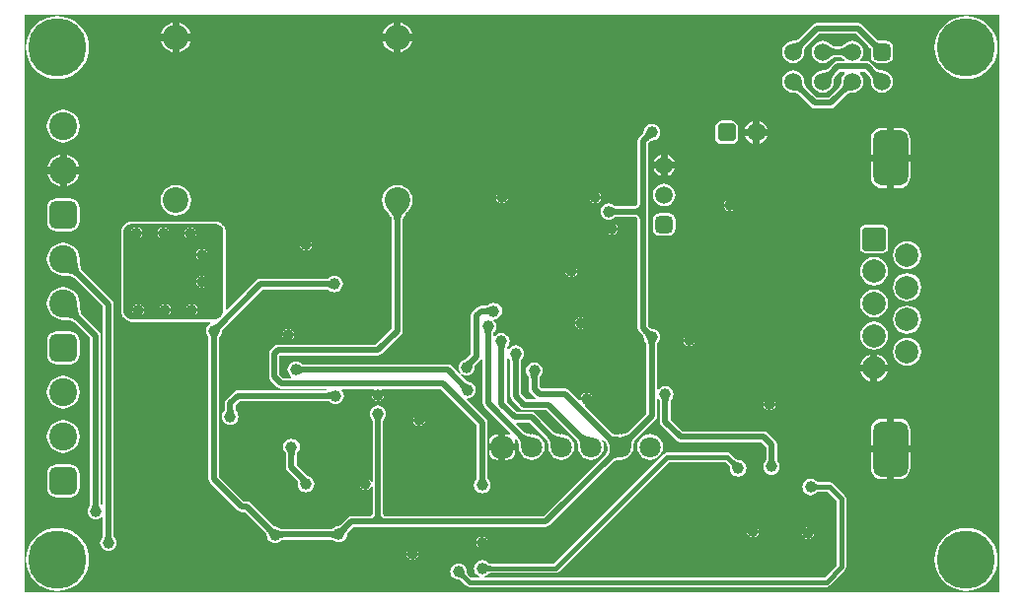
<source format=gbl>
G04*
G04 #@! TF.GenerationSoftware,Altium Limited,Altium Designer,21.2.1 (34)*
G04*
G04 Layer_Physical_Order=2*
G04 Layer_Color=16711680*
%FSTAX24Y24*%
%MOIN*%
G70*
G04*
G04 #@! TF.SameCoordinates,6ED15E3A-B912-4763-B2B7-C2A7582740ED*
G04*
G04*
G04 #@! TF.FilePolarity,Positive*
G04*
G01*
G75*
%ADD58C,0.0394*%
%ADD60C,0.0200*%
%ADD63C,0.0150*%
G04:AMPARAMS|DCode=64|XSize=187.4mil|YSize=118.1mil|CornerRadius=29.5mil|HoleSize=0mil|Usage=FLASHONLY|Rotation=90.000|XOffset=0mil|YOffset=0mil|HoleType=Round|Shape=RoundedRectangle|*
%AMROUNDEDRECTD64*
21,1,0.1874,0.0591,0,0,90.0*
21,1,0.1283,0.1181,0,0,90.0*
1,1,0.0591,0.0295,0.0642*
1,1,0.0591,0.0295,-0.0642*
1,1,0.0591,-0.0295,-0.0642*
1,1,0.0591,-0.0295,0.0642*
%
%ADD64ROUNDEDRECTD64*%
%ADD65C,0.0787*%
G04:AMPARAMS|DCode=66|XSize=78.7mil|YSize=78.7mil|CornerRadius=7.9mil|HoleSize=0mil|Usage=FLASHONLY|Rotation=0.000|XOffset=0mil|YOffset=0mil|HoleType=Round|Shape=RoundedRectangle|*
%AMROUNDEDRECTD66*
21,1,0.0787,0.0630,0,0,0.0*
21,1,0.0630,0.0787,0,0,0.0*
1,1,0.0157,0.0315,-0.0315*
1,1,0.0157,-0.0315,-0.0315*
1,1,0.0157,-0.0315,0.0315*
1,1,0.0157,0.0315,0.0315*
%
%ADD66ROUNDEDRECTD66*%
G04:AMPARAMS|DCode=67|XSize=94.5mil|YSize=94.5mil|CornerRadius=23.6mil|HoleSize=0mil|Usage=FLASHONLY|Rotation=270.000|XOffset=0mil|YOffset=0mil|HoleType=Round|Shape=RoundedRectangle|*
%AMROUNDEDRECTD67*
21,1,0.0945,0.0472,0,0,270.0*
21,1,0.0472,0.0945,0,0,270.0*
1,1,0.0472,-0.0236,-0.0236*
1,1,0.0472,-0.0236,0.0236*
1,1,0.0472,0.0236,0.0236*
1,1,0.0472,0.0236,-0.0236*
%
%ADD67ROUNDEDRECTD67*%
%ADD68C,0.0945*%
%ADD69C,0.0866*%
G04:AMPARAMS|DCode=70|XSize=59.1mil|YSize=59.1mil|CornerRadius=14.8mil|HoleSize=0mil|Usage=FLASHONLY|Rotation=90.000|XOffset=0mil|YOffset=0mil|HoleType=Round|Shape=RoundedRectangle|*
%AMROUNDEDRECTD70*
21,1,0.0591,0.0295,0,0,90.0*
21,1,0.0295,0.0591,0,0,90.0*
1,1,0.0295,0.0148,0.0148*
1,1,0.0295,0.0148,-0.0148*
1,1,0.0295,-0.0148,-0.0148*
1,1,0.0295,-0.0148,0.0148*
%
%ADD70ROUNDEDRECTD70*%
%ADD71C,0.0591*%
G04:AMPARAMS|DCode=72|XSize=63mil|YSize=63mil|CornerRadius=15.7mil|HoleSize=0mil|Usage=FLASHONLY|Rotation=0.000|XOffset=0mil|YOffset=0mil|HoleType=Round|Shape=RoundedRectangle|*
%AMROUNDEDRECTD72*
21,1,0.0630,0.0315,0,0,0.0*
21,1,0.0315,0.0630,0,0,0.0*
1,1,0.0315,0.0157,-0.0157*
1,1,0.0315,-0.0157,-0.0157*
1,1,0.0315,-0.0157,0.0157*
1,1,0.0315,0.0157,0.0157*
%
%ADD72ROUNDEDRECTD72*%
%ADD73C,0.0630*%
G04:AMPARAMS|DCode=74|XSize=70.9mil|YSize=70.9mil|CornerRadius=17.7mil|HoleSize=0mil|Usage=FLASHONLY|Rotation=0.000|XOffset=0mil|YOffset=0mil|HoleType=Round|Shape=RoundedRectangle|*
%AMROUNDEDRECTD74*
21,1,0.0709,0.0354,0,0,0.0*
21,1,0.0354,0.0709,0,0,0.0*
1,1,0.0354,0.0177,-0.0177*
1,1,0.0354,-0.0177,-0.0177*
1,1,0.0354,-0.0177,0.0177*
1,1,0.0354,0.0177,0.0177*
%
%ADD74ROUNDEDRECTD74*%
%ADD75C,0.0709*%
G04:AMPARAMS|DCode=76|XSize=59.1mil|YSize=59.1mil|CornerRadius=14.8mil|HoleSize=0mil|Usage=FLASHONLY|Rotation=180.000|XOffset=0mil|YOffset=0mil|HoleType=Round|Shape=RoundedRectangle|*
%AMROUNDEDRECTD76*
21,1,0.0591,0.0295,0,0,180.0*
21,1,0.0295,0.0591,0,0,180.0*
1,1,0.0295,-0.0148,0.0148*
1,1,0.0295,0.0148,0.0148*
1,1,0.0295,0.0148,-0.0148*
1,1,0.0295,-0.0148,-0.0148*
%
%ADD76ROUNDEDRECTD76*%
%ADD77C,0.1969*%
G36*
X050707Y014914D02*
X017764D01*
Y034471D01*
X050707D01*
Y014914D01*
D02*
G37*
%LPC*%
G36*
X023001Y034192D02*
Y03381D01*
X023384D01*
X023381Y033825D01*
X02333Y03395D01*
X023248Y034057D01*
X023141Y034139D01*
X023016Y03419D01*
X023001Y034192D01*
D02*
G37*
G36*
X022765D02*
X022749Y03419D01*
X022625Y034139D01*
X022518Y034057D01*
X022436Y03395D01*
X022384Y033825D01*
X022382Y03381D01*
X022765D01*
Y034192D01*
D02*
G37*
G36*
X030481Y034192D02*
Y03381D01*
X030864D01*
X030862Y033825D01*
X03081Y03395D01*
X030728Y034057D01*
X030621Y034139D01*
X030497Y03419D01*
X030481Y034192D01*
D02*
G37*
G36*
X030245Y034192D02*
X03023Y03419D01*
X030105Y034139D01*
X029998Y034057D01*
X029916Y03395D01*
X029865Y033825D01*
X029862Y03381D01*
X030245D01*
Y034192D01*
D02*
G37*
G36*
X045741Y033582D02*
X045643Y033569D01*
X045552Y033532D01*
X045474Y033472D01*
X045467Y033463D01*
X045455Y033452D01*
X045438Y033437D01*
X04542Y033425D01*
X045403Y033414D01*
X045385Y033405D01*
X045366Y033398D01*
X045347Y033393D01*
X045328Y033389D01*
X045316Y033387D01*
X045166D01*
X045154Y033389D01*
X045135Y033393D01*
X045116Y033398D01*
X045097Y033405D01*
X045079Y033414D01*
X045061Y033425D01*
X045044Y033437D01*
X045026Y033452D01*
X045015Y033463D01*
X045008Y033472D01*
X044929Y033532D01*
X044839Y033569D01*
X044741Y033582D01*
X044643Y033569D01*
X044552Y033532D01*
X044474Y033472D01*
X044414Y033394D01*
X044376Y033303D01*
X044364Y033205D01*
X044376Y033107D01*
X044414Y033016D01*
X044474Y032938D01*
X044552Y032878D01*
X044643Y032841D01*
X044741Y032828D01*
X044839Y032841D01*
X044929Y032878D01*
X045008Y032938D01*
X045015Y032947D01*
X045026Y032959D01*
X045044Y032973D01*
X045061Y032985D01*
X045079Y032996D01*
X045097Y033005D01*
X045116Y033012D01*
X045135Y033017D01*
X045154Y033021D01*
X045166Y033023D01*
X045316D01*
X045327Y033021D01*
X045347Y033017D01*
X045366Y033012D01*
X045384Y033005D01*
X045403Y032996D01*
X04542Y032985D01*
X045438Y032973D01*
X045455Y032959D01*
X045467Y032947D01*
X045471Y032942D01*
X045466Y032915D01*
X045458Y032892D01*
X045246D01*
X045246Y032892D01*
X045176Y032878D01*
X045117Y032839D01*
X045117Y032839D01*
X044912Y032634D01*
X044903Y032627D01*
X044887Y032616D01*
X044869Y032607D01*
X044851Y032599D01*
X044832Y032592D01*
X044812Y032587D01*
X044791Y032583D01*
X044768Y032581D01*
X044752Y032581D01*
X044741Y032582D01*
X044643Y032569D01*
X044552Y032532D01*
X044474Y032472D01*
X044414Y032394D01*
X044376Y032303D01*
X044364Y032205D01*
X044376Y032107D01*
X044414Y032016D01*
X044474Y031938D01*
X044552Y031878D01*
X044643Y031841D01*
X044741Y031828D01*
X044839Y031841D01*
X044929Y031878D01*
X045008Y031938D01*
X045068Y032016D01*
X045105Y032107D01*
X045118Y032205D01*
X045117Y032216D01*
X045117Y032233D01*
X045119Y032255D01*
X045123Y032276D01*
X045128Y032296D01*
X045134Y032315D01*
X045142Y032333D01*
X045152Y032351D01*
X045163Y032368D01*
X04517Y032376D01*
X045321Y032528D01*
X045469D01*
X045485Y03248D01*
X045474Y032472D01*
X045414Y032394D01*
X045376Y032303D01*
X045364Y032205D01*
X045365Y032194D01*
X045365Y032178D01*
X045363Y032155D01*
X045359Y032134D01*
X045354Y032114D01*
X045347Y032095D01*
X045339Y032077D01*
X04533Y032059D01*
X045319Y032043D01*
X045312Y032034D01*
X044935Y031657D01*
X044546D01*
X04417Y032034D01*
X044163Y032043D01*
X044152Y032059D01*
X044142Y032077D01*
X044134Y032095D01*
X044128Y032114D01*
X044123Y032134D01*
X044119Y032155D01*
X044117Y032178D01*
X044117Y032194D01*
X044118Y032205D01*
X044105Y032303D01*
X044068Y032394D01*
X044008Y032472D01*
X043929Y032532D01*
X043839Y032569D01*
X043741Y032582D01*
X043643Y032569D01*
X043552Y032532D01*
X043474Y032472D01*
X043414Y032394D01*
X043376Y032303D01*
X043364Y032205D01*
X043376Y032107D01*
X043414Y032016D01*
X043474Y031938D01*
X043552Y031878D01*
X043643Y031841D01*
X043741Y031828D01*
X043752Y031829D01*
X043768Y031829D01*
X043791Y031827D01*
X043812Y031823D01*
X043832Y031818D01*
X043851Y031811D01*
X043869Y031803D01*
X043887Y031794D01*
X043903Y031783D01*
X043912Y031776D01*
X044342Y031346D01*
X044342Y031346D01*
X044401Y031307D01*
X044471Y031293D01*
X044471Y031293D01*
X045011D01*
X045011Y031293D01*
X045081Y031307D01*
X04514Y031346D01*
X045569Y031776D01*
X045578Y031783D01*
X045595Y031794D01*
X045612Y031803D01*
X045631Y031811D01*
X04565Y031818D01*
X04567Y031823D01*
X045691Y031827D01*
X045713Y031829D01*
X04573Y031829D01*
X045741Y031828D01*
X045838Y031841D01*
X045929Y031878D01*
X046008Y031938D01*
X046068Y032016D01*
X046105Y032107D01*
X046118Y032205D01*
X046105Y032303D01*
X046068Y032394D01*
X046008Y032472D01*
X045997Y03248D01*
X046013Y032528D01*
X046161D01*
X046312Y032377D01*
X046319Y032368D01*
X04633Y032351D01*
X046339Y032334D01*
X046347Y032315D01*
X046354Y032296D01*
X046359Y032276D01*
X046363Y032255D01*
X046365Y032233D01*
X046365Y032216D01*
X046364Y032205D01*
X046376Y032107D01*
X046414Y032016D01*
X046474Y031938D01*
X046552Y031878D01*
X046643Y031841D01*
X046741Y031828D01*
X046838Y031841D01*
X046929Y031878D01*
X047008Y031938D01*
X047068Y032016D01*
X047105Y032107D01*
X047118Y032205D01*
X047105Y032303D01*
X047068Y032394D01*
X047008Y032472D01*
X046929Y032532D01*
X046838Y032569D01*
X046741Y032582D01*
X04673Y032581D01*
X046713Y032581D01*
X046691Y032583D01*
X04667Y032587D01*
X04665Y032592D01*
X046631Y032599D01*
X046612Y032607D01*
X046595Y032616D01*
X046578Y032627D01*
X046569Y032634D01*
X046365Y032839D01*
X046306Y032878D01*
X046236Y032892D01*
X046236Y032892D01*
X046023D01*
X046016Y032915D01*
X04601Y032942D01*
X046068Y033016D01*
X046105Y033107D01*
X046118Y033205D01*
X046105Y033303D01*
X046068Y033394D01*
X046008Y033472D01*
X045929Y033532D01*
X045838Y033569D01*
X045741Y033582D01*
D02*
G37*
G36*
X030245Y033574D02*
X029862D01*
X029865Y033558D01*
X029916Y033434D01*
X029998Y033327D01*
X030105Y033245D01*
X03023Y033193D01*
X030245Y033191D01*
Y033574D01*
D02*
G37*
G36*
X023384Y033574D02*
X023001D01*
Y033191D01*
X023016Y033193D01*
X023141Y033245D01*
X023248Y033327D01*
X02333Y033434D01*
X023381Y033558D01*
X023384Y033574D01*
D02*
G37*
G36*
X022765D02*
X022382D01*
X022384Y033558D01*
X022436Y033434D01*
X022518Y033327D01*
X022625Y033245D01*
X022749Y033193D01*
X022765Y033191D01*
Y033574D01*
D02*
G37*
G36*
X030864Y033574D02*
X030481D01*
Y033191D01*
X030497Y033193D01*
X030621Y033245D01*
X030728Y033327D01*
X03081Y033434D01*
X030862Y033558D01*
X030864Y033574D01*
D02*
G37*
G36*
X045951Y034177D02*
X045951Y034177D01*
X044531D01*
X044461Y034163D01*
X044402Y034124D01*
X044402Y034124D01*
X043912Y033634D01*
X043903Y033627D01*
X043887Y033616D01*
X043869Y033607D01*
X043851Y033599D01*
X043832Y033592D01*
X043812Y033587D01*
X043791Y033583D01*
X043768Y033581D01*
X043752Y033581D01*
X043741Y033582D01*
X043643Y033569D01*
X043552Y033532D01*
X043474Y033472D01*
X043414Y033394D01*
X043376Y033303D01*
X043364Y033205D01*
X043376Y033107D01*
X043414Y033016D01*
X043474Y032938D01*
X043552Y032878D01*
X043643Y032841D01*
X043741Y032828D01*
X043839Y032841D01*
X043929Y032878D01*
X044008Y032938D01*
X044068Y033016D01*
X044105Y033107D01*
X044118Y033205D01*
X044117Y033216D01*
X044117Y033233D01*
X044119Y033255D01*
X044123Y033276D01*
X044128Y033296D01*
X044134Y033315D01*
X044142Y033333D01*
X044152Y033351D01*
X044163Y033368D01*
X04417Y033376D01*
X044606Y033813D01*
X045875D01*
X046282Y033406D01*
X046318Y033368D01*
X046342Y033337D01*
X046361Y03331D01*
X046362Y033308D01*
Y033057D01*
X04638Y032969D01*
X04643Y032894D01*
X046505Y032844D01*
X046593Y032827D01*
X046888D01*
X046977Y032844D01*
X047052Y032894D01*
X047102Y032969D01*
X047119Y033057D01*
Y033353D01*
X047102Y033441D01*
X047052Y033516D01*
X046977Y033566D01*
X046888Y033583D01*
X046638D01*
X046636Y033584D01*
X04661Y033603D01*
X046551Y033653D01*
X04608Y034124D01*
X046021Y034163D01*
X045951Y034177D01*
D02*
G37*
G36*
X04959Y03442D02*
X049423Y034407D01*
X04926Y034368D01*
X049106Y034304D01*
X048963Y034217D01*
X048836Y034108D01*
X048727Y033981D01*
X04864Y033838D01*
X048576Y033683D01*
X048537Y033521D01*
X048523Y033354D01*
X048537Y033187D01*
X048576Y033024D01*
X04864Y03287D01*
X048727Y032727D01*
X048836Y0326D01*
X048963Y032491D01*
X049106Y032404D01*
X04926Y03234D01*
X049423Y032301D01*
X04959Y032288D01*
X049757Y032301D01*
X049919Y03234D01*
X050074Y032404D01*
X050217Y032491D01*
X050344Y0326D01*
X050452Y032727D01*
X05054Y03287D01*
X050604Y033024D01*
X050643Y033187D01*
X050656Y033354D01*
X050643Y033521D01*
X050604Y033683D01*
X05054Y033838D01*
X050452Y033981D01*
X050344Y034108D01*
X050217Y034217D01*
X050074Y034304D01*
X049919Y034368D01*
X049757Y034407D01*
X04959Y03442D01*
D02*
G37*
G36*
X018881D02*
X018714Y034407D01*
X018552Y034368D01*
X018397Y034304D01*
X018254Y034217D01*
X018127Y034108D01*
X018018Y033981D01*
X017931Y033838D01*
X017867Y033683D01*
X017828Y033521D01*
X017815Y033354D01*
X017828Y033187D01*
X017867Y033024D01*
X017931Y03287D01*
X018018Y032727D01*
X018127Y0326D01*
X018254Y032491D01*
X018397Y032404D01*
X018552Y03234D01*
X018714Y032301D01*
X018881Y032288D01*
X019048Y032301D01*
X019211Y03234D01*
X019365Y032404D01*
X019508Y032491D01*
X019635Y0326D01*
X019744Y032727D01*
X019831Y03287D01*
X019895Y033024D01*
X019934Y033187D01*
X019947Y033354D01*
X019934Y033521D01*
X019895Y033683D01*
X019831Y033838D01*
X019744Y033981D01*
X019635Y034108D01*
X019508Y034217D01*
X019365Y034304D01*
X019211Y034368D01*
X019048Y034407D01*
X018881Y03442D01*
D02*
G37*
G36*
X042609Y030857D02*
Y030598D01*
X042869D01*
X042835Y030678D01*
X042772Y030761D01*
X04269Y030824D01*
X042609Y030857D01*
D02*
G37*
G36*
X042373D02*
X042293Y030824D01*
X042211Y030761D01*
X042147Y030678D01*
X042114Y030598D01*
X042373D01*
Y030857D01*
D02*
G37*
G36*
X03896Y030758D02*
X038888Y030748D01*
X038821Y030721D01*
X038763Y030676D01*
X038719Y030619D01*
X038691Y030552D01*
X038682Y03048D01*
X038682Y030476D01*
X038682Y030476D01*
X038681Y030472D01*
X038679Y030467D01*
X038675Y03046D01*
X038669Y030451D01*
X038662Y030441D01*
X038655Y030432D01*
X038532Y030309D01*
X038492Y03025D01*
X038478Y030181D01*
X038478Y03018D01*
Y028073D01*
X038475Y028052D01*
X038469Y028034D01*
X038462Y028021D01*
X038454Y028011D01*
X038444Y028003D01*
X038431Y027996D01*
X038413Y02799D01*
X038391Y027986D01*
X037753D01*
X037745Y027987D01*
X037732Y027989D01*
X037722Y027991D01*
X037714Y027994D01*
X037709Y027996D01*
X037705Y027997D01*
X037705Y027998D01*
X037703Y028001D01*
X037645Y028045D01*
X037578Y028072D01*
X037506Y028082D01*
X037434Y028072D01*
X037367Y028045D01*
X03731Y028001D01*
X037266Y027943D01*
X037238Y027876D01*
X037228Y027804D01*
X037238Y027732D01*
X037266Y027665D01*
X03731Y027607D01*
X037367Y027563D01*
X037434Y027535D01*
X037506Y027526D01*
X037578Y027535D01*
X037645Y027563D01*
X037703Y027607D01*
X037705Y02761D01*
X037705Y02761D01*
X037709Y027612D01*
X037714Y027614D01*
X037722Y027617D01*
X037732Y027619D01*
X037744Y027621D01*
X037756Y027622D01*
X038391D01*
X038413Y027618D01*
X038431Y027612D01*
X038444Y027605D01*
X038454Y027597D01*
X038462Y027587D01*
X038469Y027574D01*
X038475Y027556D01*
X038478Y027535D01*
Y023863D01*
X038478Y023863D01*
X038492Y023793D01*
X038532Y023734D01*
X038657Y023609D01*
X038662Y023603D01*
X038669Y023593D01*
X038675Y023584D01*
X038679Y023576D01*
X038681Y023571D01*
X038682Y023567D01*
X038682Y023567D01*
X038682Y023563D01*
X038691Y023491D01*
X038719Y023424D01*
X038763Y023367D01*
X038766Y023365D01*
X038767Y023364D01*
X038768Y023361D01*
X03877Y023355D01*
X038773Y023347D01*
X038775Y023337D01*
X038777Y023326D01*
X038778Y023314D01*
Y02097D01*
X038146Y020338D01*
X038131Y020327D01*
X038111Y020315D01*
X038089Y020304D01*
X038064Y020294D01*
X038038Y020286D01*
X038009Y02028D01*
X037978Y020276D01*
X037944Y020273D01*
X037919Y020273D01*
X037904Y020275D01*
X037846Y020267D01*
X037839Y020268D01*
X037804Y020264D01*
X037773Y020262D01*
X037745Y020263D01*
X037719Y020266D01*
X037695Y020271D01*
X037672Y020278D01*
X037652Y020288D01*
X037632Y020299D01*
X037618Y02031D01*
X036697Y02123D01*
X036712Y021258D01*
Y021419D01*
X03655D01*
X036523Y021404D01*
X036166Y021761D01*
X036107Y021801D01*
X036037Y021814D01*
X036037Y021814D01*
X035235D01*
X035174Y021875D01*
Y022176D01*
X035175Y022184D01*
X035176Y022197D01*
X035179Y022207D01*
X035181Y022215D01*
X035183Y02222D01*
X035185Y022224D01*
X035185Y022224D01*
X035188Y022226D01*
X035232Y022284D01*
X03526Y022351D01*
X035269Y022423D01*
X03526Y022495D01*
X035232Y022562D01*
X035188Y022619D01*
X03513Y022663D01*
X035063Y022691D01*
X034992Y022701D01*
X03492Y022691D01*
X034853Y022663D01*
X034795Y022619D01*
X034751Y022562D01*
X034723Y022495D01*
X034714Y022423D01*
X034723Y022351D01*
X034751Y022284D01*
X034795Y022226D01*
X034798Y022224D01*
X034798Y022224D01*
X0348Y02222D01*
X034802Y022215D01*
X034804Y022207D01*
X034807Y022197D01*
X034808Y022185D01*
X034809Y022173D01*
Y0218D01*
X034809Y0218D01*
X034823Y02173D01*
X034863Y021671D01*
X03503Y021503D01*
X035032Y021503D01*
X035016Y021453D01*
X034729D01*
X034542Y02164D01*
Y022754D01*
X034543Y022761D01*
X034545Y022774D01*
X034547Y022784D01*
X03455Y022792D01*
X034552Y022798D01*
X034553Y022801D01*
X034554Y022801D01*
X034557Y022803D01*
X034601Y022861D01*
X034629Y022928D01*
X034638Y023D01*
X034629Y023072D01*
X034601Y023139D01*
X034557Y023197D01*
X034499Y023241D01*
X034432Y023268D01*
X03436Y023278D01*
X034288Y023268D01*
X034221Y023241D01*
X034163Y023197D01*
X034128Y02315D01*
X034088Y023154D01*
X034075Y02316D01*
X03407Y023189D01*
X034071Y023194D01*
X034074Y023202D01*
X034076Y023208D01*
X034077Y023211D01*
X034078Y023212D01*
X03408Y023214D01*
X034125Y023271D01*
X034152Y023338D01*
X034162Y02341D01*
X034152Y023482D01*
X034125Y023549D01*
X03408Y023607D01*
X034023Y023651D01*
X033956Y023679D01*
X033884Y023688D01*
X033812Y023679D01*
X033745Y023651D01*
X033687Y023607D01*
X033662Y023574D01*
X033612Y023591D01*
Y023664D01*
X033613Y023671D01*
X033615Y023684D01*
X033617Y023694D01*
X03362Y023702D01*
X033622Y023708D01*
X033623Y023711D01*
X033624Y023711D01*
X033627Y023713D01*
X033671Y023771D01*
X033698Y023838D01*
X033708Y02391D01*
X033698Y023982D01*
X033671Y024049D01*
X033627Y024107D01*
X033618Y024113D01*
X03362Y02413D01*
X033634Y024164D01*
X033694Y024172D01*
X033761Y024199D01*
X033819Y024243D01*
X033863Y024301D01*
X033891Y024368D01*
X0339Y02444D01*
X033891Y024512D01*
X033863Y024579D01*
X033819Y024637D01*
X033761Y024681D01*
X033694Y024708D01*
X033622Y024718D01*
X03355Y024708D01*
X033483Y024681D01*
X033426Y024637D01*
X033424Y024634D01*
X033423Y024634D01*
X03342Y024632D01*
X033414Y02463D01*
X033406Y024627D01*
X033396Y024625D01*
X033385Y024623D01*
X033373Y024622D01*
X033192D01*
X033192Y024622D01*
X033123Y024608D01*
X033063Y024569D01*
X033063Y024569D01*
X032903Y024409D01*
X032864Y02435D01*
X03285Y02428D01*
X03285Y02428D01*
Y022978D01*
X032707Y022835D01*
X032691Y022822D01*
X032683Y022816D01*
X032674Y02281D01*
X032668Y022807D01*
X032664Y022805D01*
X032662Y022804D01*
X032657Y022803D01*
X032653Y022801D01*
X03263Y022799D01*
X032563Y022771D01*
X032506Y022727D01*
X032462Y022669D01*
X032434Y022602D01*
X032424Y02253D01*
X032434Y022458D01*
X032462Y022391D01*
X032501Y02234D01*
X032463Y022307D01*
X032191Y022579D01*
X032132Y022619D01*
X032062Y022633D01*
X032062Y022633D01*
X02718D01*
X027172Y022633D01*
X02716Y022635D01*
X02715Y022638D01*
X027142Y02264D01*
X027136Y022642D01*
X027133Y022644D01*
X027133Y022644D01*
X02713Y022647D01*
X027073Y022691D01*
X027006Y022719D01*
X026934Y022728D01*
X026862Y022719D01*
X026795Y022691D01*
X026737Y022647D01*
X026693Y022589D01*
X026665Y022522D01*
X026656Y02245D01*
X026665Y022378D01*
X026693Y022311D01*
X026737Y022254D01*
X026778Y022223D01*
X026761Y022173D01*
X026509D01*
X026389Y022293D01*
Y022925D01*
X026399Y022935D01*
X029707D01*
X029707Y022935D01*
X029776Y022949D01*
X029835Y022989D01*
X030492Y023645D01*
X030492Y023645D01*
X030532Y023705D01*
X030545Y023774D01*
X030545Y023774D01*
Y027526D01*
X03055Y027551D01*
X030558Y027579D01*
X030569Y027609D01*
X030584Y02764D01*
X030604Y027672D01*
X030627Y027705D01*
X030687Y027777D01*
X030712Y027802D01*
X030728Y027815D01*
X03081Y027922D01*
X030862Y028046D01*
X030879Y02818D01*
X030862Y028313D01*
X03081Y028438D01*
X030728Y028545D01*
X030621Y028627D01*
X030497Y028678D01*
X030363Y028696D01*
X03023Y028678D01*
X030105Y028627D01*
X029998Y028545D01*
X029916Y028438D01*
X029865Y028313D01*
X029847Y02818D01*
X029865Y028046D01*
X029916Y027922D01*
X029998Y027815D01*
X030014Y027802D01*
X03004Y027776D01*
X030072Y02774D01*
X030099Y027706D01*
X030122Y027672D01*
X030142Y02764D01*
X030157Y027609D01*
X030169Y027579D01*
X030177Y027551D01*
X030181Y027526D01*
Y02385D01*
X029631Y0233D01*
X026324D01*
X026254Y023286D01*
X026195Y023247D01*
X026195Y023247D01*
X026078Y023129D01*
X026038Y02307D01*
X026024Y023001D01*
X026024Y023001D01*
Y022218D01*
X026024Y022218D01*
X026038Y022148D01*
X026078Y022089D01*
X026305Y021861D01*
X026305Y021861D01*
X026364Y021822D01*
X026434Y021808D01*
X026434Y021808D01*
X027977D01*
X027997Y021758D01*
X027996Y021757D01*
X024974D01*
X024905Y021743D01*
X024846Y021703D01*
X024846Y021703D01*
X024591Y021449D01*
X024552Y02139D01*
X024538Y02132D01*
X024538Y02132D01*
Y021116D01*
X024537Y021109D01*
X024535Y021096D01*
X024533Y021086D01*
X02453Y021078D01*
X024528Y021072D01*
X024527Y021069D01*
X024526Y021069D01*
X024523Y021067D01*
X024479Y021009D01*
X024451Y020942D01*
X024442Y02087D01*
X024451Y020798D01*
X024479Y020731D01*
X024523Y020673D01*
X024581Y020629D01*
X024648Y020601D01*
X02472Y020592D01*
X024792Y020601D01*
X024859Y020629D01*
X024917Y020673D01*
X024961Y020731D01*
X024989Y020798D01*
X024998Y02087D01*
X024989Y020942D01*
X024961Y021009D01*
X024917Y021067D01*
X024914Y021069D01*
X024913Y021069D01*
X024912Y021072D01*
X02491Y021078D01*
X024907Y021086D01*
X024905Y021096D01*
X024903Y021108D01*
X024902Y02112D01*
Y021245D01*
X02505Y021392D01*
X028034D01*
X028041Y021391D01*
X028054Y021389D01*
X028064Y021387D01*
X028072Y021385D01*
X028078Y021383D01*
X028081Y021381D01*
X028081Y021381D01*
X028083Y021378D01*
X028141Y021334D01*
X028208Y021306D01*
X02828Y021296D01*
X028352Y021306D01*
X028419Y021334D01*
X028477Y021378D01*
X028521Y021435D01*
X028549Y021502D01*
X028558Y021574D01*
X028549Y021646D01*
X028521Y021713D01*
X028486Y021758D01*
X028505Y021808D01*
X029583D01*
X029599Y021758D01*
X029565Y021735D01*
X029521Y02167D01*
X029516Y021643D01*
X029897D01*
X029892Y02167D01*
X029848Y021735D01*
X029814Y021758D01*
X02983Y021808D01*
X031828D01*
X033048Y020589D01*
Y018791D01*
X033047Y018784D01*
X033045Y018771D01*
X033043Y018761D01*
X03304Y018753D01*
X033038Y018747D01*
X033036Y018744D01*
X033036Y018744D01*
X033033Y018742D01*
X032989Y018684D01*
X032961Y018617D01*
X032952Y018545D01*
X032961Y018473D01*
X032989Y018406D01*
X033033Y018348D01*
X033091Y018304D01*
X033158Y018277D01*
X03323Y018267D01*
X033302Y018277D01*
X033369Y018304D01*
X033427Y018348D01*
X033471Y018406D01*
X033498Y018473D01*
X033508Y018545D01*
X033498Y018617D01*
X033471Y018684D01*
X033427Y018742D01*
X033424Y018744D01*
X033424Y018744D01*
X033422Y018747D01*
X03342Y018753D01*
X033417Y018761D01*
X033415Y018771D01*
X033413Y018783D01*
X033412Y018795D01*
Y020664D01*
X033398Y020734D01*
X033359Y020793D01*
X033359Y020793D01*
X032706Y021446D01*
X032729Y021494D01*
X032742Y021492D01*
X032814Y021502D01*
X032881Y021529D01*
X032939Y021573D01*
X032983Y021631D01*
X033011Y021698D01*
X03302Y02177D01*
X033011Y021842D01*
X032983Y021909D01*
X032939Y021967D01*
X032881Y022011D01*
X032814Y022039D01*
X032742Y022048D01*
X032739Y022048D01*
X032738Y022048D01*
X032735Y022049D01*
X032729Y022051D01*
X032722Y022055D01*
X032713Y022061D01*
X032704Y022068D01*
X032695Y022075D01*
X032479Y022291D01*
X032512Y022328D01*
X032563Y022289D01*
X03263Y022262D01*
X032702Y022252D01*
X032774Y022262D01*
X032841Y022289D01*
X032899Y022333D01*
X032943Y022391D01*
X032971Y022458D01*
X03298Y02253D01*
X032976Y022563D01*
X032977Y022569D01*
X032976Y022574D01*
X032976Y022575D01*
X032978Y022579D01*
X032981Y022585D01*
X032985Y022593D01*
X032991Y022601D01*
X033Y022613D01*
X033161Y022774D01*
X033161Y022774D01*
X033172Y022789D01*
X03324Y022802D01*
X033248Y022796D01*
Y021312D01*
X033248Y021312D01*
X033262Y021242D01*
X033301Y021183D01*
X034178Y020306D01*
X03415Y020264D01*
X034148Y020265D01*
X034081Y020273D01*
X034022D01*
Y019956D01*
X034339D01*
Y020015D01*
X03433Y020082D01*
X03433Y020084D01*
X034372Y020112D01*
X034404Y02008D01*
X034415Y020066D01*
X034428Y020045D01*
X034438Y020023D01*
X034448Y019999D01*
X034456Y019972D01*
X034462Y019943D01*
X034466Y019912D01*
X034469Y019878D01*
X034469Y019853D01*
X034467Y019838D01*
X034482Y019725D01*
X034526Y01962D01*
X034595Y019529D01*
X034686Y01946D01*
X034791Y019416D01*
X034904Y019401D01*
X035017Y019416D01*
X035122Y01946D01*
X035213Y019529D01*
X035282Y01962D01*
X035326Y019725D01*
X035341Y019838D01*
X035326Y019951D01*
X035282Y020057D01*
X035213Y020147D01*
X035122Y020216D01*
X035017Y02026D01*
X034904Y020275D01*
X034889Y020273D01*
X034864Y020273D01*
X03483Y020276D01*
X034799Y02028D01*
X03477Y020286D01*
X034743Y020294D01*
X034719Y020304D01*
X034697Y020315D01*
X034677Y020327D01*
X034662Y020338D01*
X034378Y020622D01*
X034397Y020668D01*
X034816D01*
X035404Y02008D01*
X035415Y020066D01*
X035428Y020045D01*
X035438Y020023D01*
X035448Y019999D01*
X035456Y019972D01*
X035462Y019943D01*
X035466Y019912D01*
X035469Y019878D01*
X035469Y019853D01*
X035467Y019838D01*
X035482Y019725D01*
X035526Y01962D01*
X035595Y019529D01*
X035686Y01946D01*
X035791Y019416D01*
X035904Y019401D01*
X036017Y019416D01*
X036122Y01946D01*
X036213Y019529D01*
X036282Y01962D01*
X036326Y019725D01*
X036341Y019838D01*
X036326Y019951D01*
X036282Y020057D01*
X036213Y020147D01*
X036122Y020216D01*
X036017Y02026D01*
X035904Y020275D01*
X035889Y020273D01*
X035864Y020273D01*
X03583Y020276D01*
X035799Y02028D01*
X03577Y020286D01*
X035743Y020294D01*
X035719Y020304D01*
X035697Y020315D01*
X035677Y020327D01*
X035662Y020338D01*
X035021Y020979D01*
X034961Y021019D01*
X034892Y021033D01*
X034892Y021033D01*
X034404D01*
X034066Y021371D01*
Y022859D01*
X034116Y022868D01*
X034119Y022861D01*
X034163Y022803D01*
X034166Y022801D01*
X034167Y022801D01*
X034168Y022798D01*
X03417Y022792D01*
X034173Y022784D01*
X034175Y022774D01*
X034177Y022762D01*
X034178Y02275D01*
Y021564D01*
X034178Y021564D01*
X034192Y021494D01*
X034231Y021435D01*
X034525Y021141D01*
X034584Y021102D01*
X034654Y021088D01*
X034654Y021088D01*
X035396D01*
X036404Y02008D01*
X036415Y020066D01*
X036428Y020045D01*
X036438Y020023D01*
X036448Y019999D01*
X036456Y019972D01*
X036462Y019943D01*
X036466Y019912D01*
X036469Y019878D01*
X036469Y019853D01*
X036467Y019838D01*
X036482Y019725D01*
X036526Y01962D01*
X036595Y019529D01*
X036686Y01946D01*
X036791Y019416D01*
X036904Y019401D01*
X037017Y019416D01*
X037122Y01946D01*
X037213Y019529D01*
X037282Y01962D01*
X037326Y019725D01*
X037341Y019838D01*
X037326Y019951D01*
X037282Y020057D01*
X037275Y020066D01*
X037313Y020099D01*
X037383Y020029D01*
X037393Y020016D01*
X037406Y019995D01*
X037419Y019971D01*
X037431Y019946D01*
X037442Y019917D01*
X037451Y019888D01*
X037467Y019817D01*
X037469Y019807D01*
X037469Y019798D01*
X037466Y019764D01*
X037462Y019733D01*
X037456Y019704D01*
X037448Y019678D01*
X037438Y019653D01*
X037428Y019631D01*
X037415Y019611D01*
X037404Y019596D01*
X035301Y017493D01*
X029976D01*
X029954Y017496D01*
X029936Y017502D01*
X029923Y017509D01*
X029914Y017517D01*
X029906Y017527D01*
X029898Y01754D01*
X029893Y017558D01*
X029889Y01758D01*
Y020719D01*
X02989Y020726D01*
X029891Y020739D01*
X029894Y020749D01*
X029896Y020757D01*
X029898Y020763D01*
X0299Y020766D01*
X0299Y020766D01*
X029903Y020768D01*
X029947Y020826D01*
X029975Y020893D01*
X029984Y020965D01*
X029975Y021037D01*
X029947Y021104D01*
X029903Y021162D01*
X029845Y021206D01*
X029778Y021233D01*
X029707Y021243D01*
X029635Y021233D01*
X029568Y021206D01*
X02951Y021162D01*
X029466Y021104D01*
X029438Y021037D01*
X029429Y020965D01*
X029438Y020893D01*
X029466Y020826D01*
X02951Y020768D01*
X029513Y020766D01*
X029513Y020766D01*
X029515Y020763D01*
X029517Y020757D01*
X029519Y020749D01*
X029522Y020739D01*
X029523Y020727D01*
X029524Y020715D01*
Y018671D01*
X029479Y018661D01*
X029474Y018662D01*
X029432Y018726D01*
X029367Y018769D01*
X02934Y018774D01*
Y018584D01*
Y018393D01*
X029367Y018398D01*
X029432Y018442D01*
X029474Y018505D01*
X029479Y018506D01*
X029524Y018497D01*
Y01758D01*
X02952Y017558D01*
X029515Y01754D01*
X029507Y017527D01*
X029499Y017517D01*
X02949Y017509D01*
X029477Y017502D01*
X029459Y017496D01*
X029437Y017493D01*
X028813D01*
X028813Y017493D01*
X028744Y017479D01*
X028684Y017439D01*
X028435Y01719D01*
X028429Y017185D01*
X028419Y017178D01*
X02841Y017172D01*
X028403Y017168D01*
X028398Y017166D01*
X028394Y017165D01*
X028393Y017165D01*
X02839Y017165D01*
X028318Y017155D01*
X028251Y017128D01*
X028193Y017084D01*
X028187Y017075D01*
X028187Y017075D01*
X028183Y017071D01*
X028182Y017071D01*
X028179Y017069D01*
X028174Y017067D01*
X028167Y017064D01*
X028157Y017062D01*
X028146Y01706D01*
X028133Y017059D01*
X026471D01*
X02646Y01706D01*
X026448Y017062D01*
X026438Y017064D01*
X026429Y017066D01*
X026423Y017068D01*
X026419Y01707D01*
X026418Y017071D01*
X026414Y017074D01*
X02641Y017076D01*
X026369Y017108D01*
X026302Y017135D01*
X02623Y017145D01*
X026227Y017145D01*
X026226Y017145D01*
X026222Y017146D01*
X026217Y017148D01*
X02621Y017152D01*
X026201Y017158D01*
X026192Y017165D01*
X026182Y017172D01*
X025409Y017946D01*
X02535Y017985D01*
X02528Y017999D01*
X02528Y017999D01*
X025182D01*
X024352Y018829D01*
Y023528D01*
X024353Y023536D01*
X024355Y023548D01*
X024357Y023558D01*
X02436Y023566D01*
X024362Y023572D01*
X024364Y023575D01*
X024364Y023576D01*
X024367Y023578D01*
X024411Y023635D01*
X024439Y023702D01*
X024448Y023774D01*
X024448Y023778D01*
X024448Y023778D01*
X024449Y023782D01*
X024451Y023787D01*
X024455Y023795D01*
X024461Y023803D01*
X024468Y023813D01*
X024475Y023822D01*
X025819Y025165D01*
X028003D01*
X028011Y025165D01*
X028024Y025163D01*
X028034Y02516D01*
X028042Y025158D01*
X028047Y025156D01*
X028051Y025154D01*
X028051Y025154D01*
X028053Y025151D01*
X028111Y025107D01*
X028178Y025079D01*
X02825Y02507D01*
X028322Y025079D01*
X028389Y025107D01*
X028446Y025151D01*
X02849Y025209D01*
X028518Y025276D01*
X028528Y025348D01*
X028518Y02542D01*
X02849Y025487D01*
X028446Y025544D01*
X028389Y025588D01*
X028322Y025616D01*
X02825Y025626D01*
X028178Y025616D01*
X028111Y025588D01*
X028053Y025544D01*
X028051Y025541D01*
X028051Y025541D01*
X028047Y025539D01*
X028042Y025537D01*
X028034Y025535D01*
X028024Y025533D01*
X028012Y025531D01*
X028Y02553D01*
X025743D01*
X025743Y02553D01*
X025673Y025516D01*
X025614Y025476D01*
X02462Y024482D01*
X02457Y024503D01*
X02457Y0271D01*
X02457Y0271D01*
Y0271D01*
X02457Y027103D01*
X02457Y027107D01*
X024566Y027153D01*
X024565Y027158D01*
Y027162D01*
X024558Y027197D01*
X024555Y027205D01*
X024553Y027212D01*
X024532Y027263D01*
X024528Y02727D01*
X024525Y027277D01*
X024494Y027323D01*
X024489Y027329D01*
X024484Y027335D01*
X024445Y027374D01*
X024439Y027379D01*
X024433Y027384D01*
X024387Y027415D01*
X02438Y027418D01*
X024373Y027422D01*
X024322Y027443D01*
X024315Y027445D01*
X024307Y027448D01*
X024253Y027459D01*
X024245D01*
X024238Y02746D01*
X02421D01*
X0214Y02746D01*
X0214Y02746D01*
X021371Y02746D01*
X021364Y027459D01*
X021356D01*
X0213Y027448D01*
X021292Y027445D01*
X021285Y027443D01*
X021232Y027421D01*
X021225Y027417D01*
X021218Y027414D01*
X021171Y027382D01*
X021165Y027376D01*
X021158Y027372D01*
X021118Y027332D01*
X021114Y027325D01*
X021108Y027319D01*
X021076Y027272D01*
X021073Y027265D01*
X021069Y027258D01*
X021047Y027205D01*
X021045Y027198D01*
X021042Y02719D01*
X021031Y027134D01*
Y027126D01*
X02103Y027119D01*
X02103Y02709D01*
Y02447D01*
X02103Y024438D01*
X021031Y024431D01*
Y024423D01*
X021044Y024361D01*
X021047Y024354D01*
X021048Y024346D01*
X021072Y024288D01*
X021077Y024281D01*
X02108Y024274D01*
X021115Y024221D01*
X02112Y024216D01*
X021125Y024209D01*
X021169Y024165D01*
X021176Y02416D01*
X021181Y024155D01*
X021234Y02412D01*
X021241Y024117D01*
X021248Y024112D01*
X021306Y024088D01*
X021314Y024087D01*
X021321Y024084D01*
X021383Y024071D01*
X021391D01*
X021398Y02407D01*
X02143Y02407D01*
X024032Y02407D01*
X024042Y02402D01*
X024031Y024015D01*
X023973Y023971D01*
X023929Y023913D01*
X023902Y023846D01*
X023892Y023774D01*
X023902Y023702D01*
X023929Y023635D01*
X023973Y023578D01*
X023976Y023576D01*
X023977Y023575D01*
X023978Y023572D01*
X02398Y023566D01*
X023983Y023558D01*
X023985Y023548D01*
X023987Y023537D01*
X023988Y023525D01*
Y018754D01*
X023988Y018754D01*
X024002Y018684D01*
X024041Y018625D01*
X024978Y017688D01*
X024978Y017688D01*
X025037Y017649D01*
X025107Y017635D01*
X025205D01*
X025927Y016912D01*
X025932Y016906D01*
X025939Y016896D01*
X025945Y016887D01*
X025949Y01688D01*
X025951Y016875D01*
X025952Y016871D01*
X025952Y01687D01*
X025952Y016867D01*
X025961Y016795D01*
X025989Y016728D01*
X026033Y01667D01*
X026091Y016626D01*
X026158Y016599D01*
X02623Y016589D01*
X026302Y016599D01*
X026369Y016626D01*
X026427Y01667D01*
X026433Y016679D01*
X026433Y016679D01*
X026437Y016683D01*
X026438Y016683D01*
X026441Y016685D01*
X026446Y016687D01*
X026453Y016689D01*
X026463Y016692D01*
X026474Y016694D01*
X026487Y016695D01*
X028149D01*
X02816Y016694D01*
X028172Y016692D01*
X028182Y01669D01*
X028191Y016688D01*
X028197Y016686D01*
X028201Y016684D01*
X028202Y016683D01*
X028207Y01668D01*
X02821Y016678D01*
X028251Y016646D01*
X028318Y016619D01*
X02839Y016609D01*
X028462Y016619D01*
X028529Y016646D01*
X028587Y01669D01*
X028631Y016748D01*
X028658Y016815D01*
X028668Y016887D01*
X028668Y01689D01*
X028668Y016891D01*
X028669Y016895D01*
X028671Y0169D01*
X028675Y016907D01*
X028681Y016916D01*
X028688Y016925D01*
X028695Y016935D01*
X028889Y017128D01*
X035376D01*
X035376Y017128D01*
X035446Y017142D01*
X035505Y017181D01*
X037662Y019339D01*
X037677Y019349D01*
X037697Y019362D01*
X037719Y019373D01*
X037743Y019382D01*
X03777Y01939D01*
X037799Y019396D01*
X03783Y0194D01*
X037864Y019403D01*
X037889Y019403D01*
X037904Y019401D01*
X038017Y019416D01*
X038122Y01946D01*
X038213Y019529D01*
X038282Y01962D01*
X038326Y019725D01*
X038341Y019838D01*
X038339Y019853D01*
X038339Y019878D01*
X038342Y019912D01*
X038346Y019943D01*
X038352Y019972D01*
X03836Y019999D01*
X038369Y020023D01*
X03838Y020045D01*
X038393Y020066D01*
X038403Y02008D01*
X039089Y020765D01*
X039089Y020765D01*
X039128Y020824D01*
X039142Y020894D01*
X039142Y020894D01*
Y021453D01*
X039192Y02147D01*
X039224Y021428D01*
X039227Y021426D01*
X039227Y021426D01*
X039229Y021423D01*
X039231Y021417D01*
X039234Y021409D01*
X039236Y021399D01*
X039238Y021387D01*
X039239Y021375D01*
Y020695D01*
X039239Y020695D01*
X039253Y020625D01*
X039292Y020566D01*
X039797Y020061D01*
X039797Y020061D01*
X039856Y020022D01*
X039926Y020008D01*
X039926Y020008D01*
X04266D01*
X042829Y01984D01*
Y019421D01*
X042828Y019414D01*
X042826Y019401D01*
X042824Y019391D01*
X042821Y019383D01*
X042819Y019377D01*
X042817Y019374D01*
X042817Y019374D01*
X042814Y019372D01*
X04277Y019314D01*
X042742Y019247D01*
X042733Y019175D01*
X042742Y019103D01*
X04277Y019036D01*
X042814Y018978D01*
X042872Y018934D01*
X042939Y018907D01*
X043011Y018897D01*
X043083Y018907D01*
X04315Y018934D01*
X043207Y018978D01*
X043252Y019036D01*
X043279Y019103D01*
X043289Y019175D01*
X043279Y019247D01*
X043252Y019314D01*
X043207Y019372D01*
X043205Y019374D01*
X043204Y019374D01*
X043203Y019377D01*
X0432Y019383D01*
X043198Y019391D01*
X043196Y019401D01*
X043194Y019413D01*
X043193Y019425D01*
Y019915D01*
X043193Y019915D01*
X043179Y019985D01*
X04314Y020044D01*
X04314Y020044D01*
X042865Y020319D01*
X042806Y020358D01*
X042736Y020372D01*
X042736Y020372D01*
X040001D01*
X039603Y020771D01*
Y021379D01*
X039604Y021387D01*
X039606Y021399D01*
X039608Y021409D01*
X03961Y021417D01*
X039613Y021423D01*
X039614Y021426D01*
X039615Y021426D01*
X039617Y021428D01*
X039662Y021486D01*
X039689Y021553D01*
X039699Y021625D01*
X039689Y021697D01*
X039662Y021764D01*
X039617Y021822D01*
X03956Y021866D01*
X039493Y021894D01*
X039421Y021903D01*
X039349Y021894D01*
X039282Y021866D01*
X039224Y021822D01*
X039192Y02178D01*
X039142Y021797D01*
Y023317D01*
X039143Y023325D01*
X039145Y023337D01*
X039147Y023347D01*
X03915Y023355D01*
X039152Y023361D01*
X039153Y023364D01*
X039154Y023365D01*
X039157Y023367D01*
X039201Y023424D01*
X039228Y023491D01*
X039238Y023563D01*
X039228Y023635D01*
X039201Y023702D01*
X039157Y02376D01*
X039099Y023804D01*
X039032Y023832D01*
X03896Y023841D01*
X038957Y023841D01*
X038956Y023841D01*
X038952Y023842D01*
X038947Y023845D01*
X03894Y023848D01*
X038931Y023854D01*
X038922Y023861D01*
X038912Y023869D01*
X038843Y023938D01*
Y027804D01*
Y030105D01*
X038915Y030177D01*
X038921Y030182D01*
X038931Y030189D01*
X03894Y030195D01*
X038947Y030199D01*
X038952Y030201D01*
X038956Y030202D01*
X038957Y030202D01*
X03896Y030202D01*
X039032Y030211D01*
X039099Y030239D01*
X039157Y030283D01*
X039201Y030341D01*
X039228Y030408D01*
X039238Y03048D01*
X039228Y030552D01*
X039201Y030619D01*
X039157Y030676D01*
X039099Y030721D01*
X039032Y030748D01*
X03896Y030758D01*
D02*
G37*
G36*
X019078Y031248D02*
X018934Y03123D01*
X0188Y031174D01*
X018685Y031086D01*
X018597Y03097D01*
X018541Y030836D01*
X018522Y030693D01*
X018541Y030549D01*
X018597Y030415D01*
X018685Y030299D01*
X0188Y030211D01*
X018934Y030156D01*
X019078Y030137D01*
X019222Y030156D01*
X019356Y030211D01*
X019471Y030299D01*
X019559Y030415D01*
X019615Y030549D01*
X019634Y030693D01*
X019615Y030836D01*
X019559Y03097D01*
X019471Y031086D01*
X019356Y031174D01*
X019222Y03123D01*
X019078Y031248D01*
D02*
G37*
G36*
X042869Y030362D02*
X042609D01*
Y030103D01*
X04269Y030136D01*
X042772Y030199D01*
X042835Y030281D01*
X042869Y030362D01*
D02*
G37*
G36*
X042373D02*
X042114D01*
X042147Y030281D01*
X042211Y030199D01*
X042293Y030136D01*
X042373Y030103D01*
Y030362D01*
D02*
G37*
G36*
X041649Y030878D02*
X041334D01*
X041242Y03086D01*
X041164Y030808D01*
X041111Y03073D01*
X041093Y030637D01*
Y030322D01*
X041111Y03023D01*
X041164Y030152D01*
X041242Y0301D01*
X041334Y030082D01*
X041649D01*
X041741Y0301D01*
X041819Y030152D01*
X041871Y03023D01*
X04189Y030322D01*
Y030637D01*
X041871Y03073D01*
X041819Y030808D01*
X041741Y03086D01*
X041649Y030878D01*
D02*
G37*
G36*
X047326Y030631D02*
X047149D01*
Y02973D01*
X047703D01*
Y030254D01*
X04769Y030351D01*
X047653Y030442D01*
X047593Y03052D01*
X047515Y03058D01*
X047424Y030618D01*
X047326Y030631D01*
D02*
G37*
G36*
X046913D02*
X046735D01*
X046638Y030618D01*
X046547Y03058D01*
X046469Y03052D01*
X046409Y030442D01*
X046371Y030351D01*
X046358Y030254D01*
Y02973D01*
X046913D01*
Y030631D01*
D02*
G37*
G36*
X039498Y029723D02*
Y029485D01*
X039736D01*
X039707Y029556D01*
X039647Y029634D01*
X039569Y029694D01*
X039498Y029723D01*
D02*
G37*
G36*
X039262Y029723D02*
X039191Y029694D01*
X039113Y029634D01*
X039053Y029556D01*
X039024Y029485D01*
X039262D01*
Y029723D01*
D02*
G37*
G36*
X019196Y029733D02*
Y029311D01*
X019618D01*
X019615Y029336D01*
X019559Y02947D01*
X019471Y029586D01*
X019356Y029674D01*
X019222Y029729D01*
X019196Y029733D01*
D02*
G37*
G36*
X01896Y029733D02*
X018934Y029729D01*
X0188Y029674D01*
X018685Y029586D01*
X018597Y02947D01*
X018541Y029336D01*
X018538Y029311D01*
X01896D01*
Y029733D01*
D02*
G37*
G36*
X039736Y029249D02*
X039498D01*
Y029011D01*
X039569Y02904D01*
X039647Y0291D01*
X039707Y029178D01*
X039736Y029249D01*
D02*
G37*
G36*
X039262D02*
X039024D01*
X039053Y029178D01*
X039113Y0291D01*
X039191Y02904D01*
X039262Y029011D01*
Y029249D01*
D02*
G37*
G36*
X01896Y029074D02*
X018538D01*
X018541Y029049D01*
X018597Y028915D01*
X018685Y028799D01*
X0188Y028711D01*
X018934Y028655D01*
X01896Y028652D01*
Y029074D01*
D02*
G37*
G36*
X019618D02*
X019196D01*
Y028652D01*
X019222Y028655D01*
X019356Y028711D01*
X019471Y028799D01*
X019559Y028915D01*
X019615Y029049D01*
X019618Y029074D01*
D02*
G37*
G36*
X047703Y029494D02*
X047149D01*
Y028593D01*
X047326D01*
X047424Y028606D01*
X047515Y028643D01*
X047593Y028703D01*
X047653Y028781D01*
X04769Y028872D01*
X047703Y02897D01*
Y029494D01*
D02*
G37*
G36*
X046913D02*
X046358D01*
Y02897D01*
X046371Y028872D01*
X046409Y028781D01*
X046469Y028703D01*
X046547Y028643D01*
X046638Y028606D01*
X046735Y028593D01*
X046913D01*
Y029494D01*
D02*
G37*
G36*
X037104Y02847D02*
Y02833D01*
X037244D01*
X037239Y028356D01*
X037195Y028421D01*
X03713Y028465D01*
X037104Y02847D01*
D02*
G37*
G36*
X037004D02*
X036977Y028465D01*
X036912Y028421D01*
X036868Y028356D01*
X036863Y02833D01*
X037004D01*
Y02847D01*
D02*
G37*
G36*
X033954D02*
Y02833D01*
X034095D01*
X034089Y028356D01*
X034046Y028421D01*
X033981Y028465D01*
X033954Y02847D01*
D02*
G37*
G36*
X033854D02*
X033827Y028465D01*
X033762Y028421D01*
X033719Y028356D01*
X033713Y02833D01*
X033854D01*
Y02847D01*
D02*
G37*
G36*
X037244Y02823D02*
X037104D01*
Y028089D01*
X03713Y028094D01*
X037195Y028138D01*
X037239Y028203D01*
X037244Y02823D01*
D02*
G37*
G36*
X037004D02*
X036863D01*
X036868Y028203D01*
X036912Y028138D01*
X036977Y028094D01*
X037004Y028089D01*
Y02823D01*
D02*
G37*
G36*
X034095D02*
X033954D01*
Y028089D01*
X033981Y028094D01*
X034046Y028138D01*
X034089Y028203D01*
X034095Y02823D01*
D02*
G37*
G36*
X033854D02*
X033713D01*
X033719Y028203D01*
X033762Y028138D01*
X033827Y028094D01*
X033854Y028089D01*
Y02823D01*
D02*
G37*
G36*
X041641Y028209D02*
Y028068D01*
X041782D01*
X041776Y028095D01*
X041733Y02816D01*
X041668Y028204D01*
X041641Y028209D01*
D02*
G37*
G36*
X041541D02*
X041514Y028204D01*
X041449Y02816D01*
X041406Y028095D01*
X0414Y028068D01*
X041541D01*
Y028209D01*
D02*
G37*
G36*
X03938Y028744D02*
X039282Y028731D01*
X039191Y028694D01*
X039113Y028634D01*
X039053Y028556D01*
X039016Y028465D01*
X039003Y028367D01*
X039016Y028269D01*
X039053Y028178D01*
X039113Y0281D01*
X039191Y02804D01*
X039282Y028003D01*
X03938Y02799D01*
X039478Y028003D01*
X039569Y02804D01*
X039647Y0281D01*
X039707Y028178D01*
X039744Y028269D01*
X039757Y028367D01*
X039744Y028465D01*
X039707Y028556D01*
X039647Y028634D01*
X039569Y028694D01*
X039478Y028731D01*
X03938Y028744D01*
D02*
G37*
G36*
X041782Y027968D02*
X041641D01*
Y027828D01*
X041668Y027833D01*
X041733Y027876D01*
X041776Y027942D01*
X041782Y027968D01*
D02*
G37*
G36*
X041541D02*
X0414D01*
X041406Y027942D01*
X041449Y027876D01*
X041514Y027833D01*
X041541Y027828D01*
Y027968D01*
D02*
G37*
G36*
X022883Y028696D02*
X022749Y028678D01*
X022625Y028627D01*
X022518Y028545D01*
X022436Y028438D01*
X022384Y028313D01*
X022367Y02818D01*
X022384Y028046D01*
X022436Y027922D01*
X022518Y027815D01*
X022625Y027733D01*
X022749Y027681D01*
X022883Y027664D01*
X023016Y027681D01*
X023141Y027733D01*
X023248Y027815D01*
X02333Y027922D01*
X023381Y028046D01*
X023399Y02818D01*
X023381Y028313D01*
X02333Y028438D01*
X023248Y028545D01*
X023141Y028627D01*
X023016Y028678D01*
X022883Y028696D01*
D02*
G37*
G36*
X037666Y027411D02*
Y02727D01*
X037807D01*
X037801Y027297D01*
X037758Y027362D01*
X037693Y027406D01*
X037666Y027411D01*
D02*
G37*
G36*
X037566D02*
X037539Y027406D01*
X037474Y027362D01*
X03743Y027297D01*
X037425Y02727D01*
X037566D01*
Y027411D01*
D02*
G37*
G36*
X019314Y028246D02*
X018842D01*
X01876Y028236D01*
X018683Y028204D01*
X018617Y028153D01*
X018567Y028088D01*
X018535Y028011D01*
X018524Y027929D01*
Y027456D01*
X018535Y027374D01*
X018567Y027297D01*
X018617Y027232D01*
X018683Y027181D01*
X01876Y027149D01*
X018842Y027139D01*
X019314D01*
X019396Y027149D01*
X019473Y027181D01*
X019539Y027232D01*
X019589Y027297D01*
X019621Y027374D01*
X019632Y027456D01*
Y027929D01*
X019621Y028011D01*
X019589Y028088D01*
X019539Y028153D01*
X019473Y028204D01*
X019396Y028236D01*
X019314Y028246D01*
D02*
G37*
G36*
X037807Y02717D02*
X037666D01*
Y027029D01*
X037693Y027035D01*
X037758Y027078D01*
X037801Y027143D01*
X037807Y02717D01*
D02*
G37*
G36*
X037566D02*
X037425D01*
X03743Y027143D01*
X037474Y027078D01*
X037539Y027035D01*
X037566Y027029D01*
Y02717D01*
D02*
G37*
G36*
X039528Y027745D02*
X039232D01*
X039144Y027728D01*
X039069Y027678D01*
X039019Y027603D01*
X039002Y027515D01*
Y027219D01*
X039019Y027131D01*
X039069Y027056D01*
X039144Y027006D01*
X039232Y026989D01*
X039528D01*
X039616Y027006D01*
X039691Y027056D01*
X039741Y027131D01*
X039758Y027219D01*
Y027515D01*
X039741Y027603D01*
X039691Y027678D01*
X039616Y027728D01*
X039528Y027745D01*
D02*
G37*
G36*
X02733Y026871D02*
Y02673D01*
X027471D01*
X027466Y026757D01*
X027422Y026822D01*
X027357Y026865D01*
X02733Y026871D01*
D02*
G37*
G36*
X02723D02*
X027204Y026865D01*
X027138Y026822D01*
X027095Y026757D01*
X02709Y02673D01*
X02723D01*
Y026871D01*
D02*
G37*
G36*
X027471Y02663D02*
X02733D01*
Y026489D01*
X027357Y026495D01*
X027422Y026538D01*
X027466Y026603D01*
X027471Y02663D01*
D02*
G37*
G36*
X02723D02*
X02709D01*
X027095Y026603D01*
X027138Y026538D01*
X027204Y026495D01*
X02723Y026489D01*
Y02663D01*
D02*
G37*
G36*
X046787Y027349D02*
X046157D01*
X046095Y027337D01*
X046043Y027302D01*
X046008Y02725D01*
X045996Y027189D01*
Y026559D01*
X046008Y026497D01*
X046043Y026445D01*
X046095Y02641D01*
X046157Y026398D01*
X046787D01*
X046848Y02641D01*
X0469Y026445D01*
X046935Y026497D01*
X046947Y026559D01*
Y027189D01*
X046935Y02725D01*
X0469Y027302D01*
X046848Y027337D01*
X046787Y027349D01*
D02*
G37*
G36*
X04759Y026805D02*
X047466Y026789D01*
X047352Y026741D01*
X047253Y026665D01*
X047177Y026567D01*
X047129Y026452D01*
X047113Y026328D01*
X047129Y026205D01*
X047177Y02609D01*
X047253Y025991D01*
X047352Y025916D01*
X047466Y025868D01*
X04759Y025852D01*
X047713Y025868D01*
X047828Y025916D01*
X047927Y025991D01*
X048002Y02609D01*
X04805Y026205D01*
X048066Y026328D01*
X04805Y026452D01*
X048002Y026567D01*
X047927Y026665D01*
X047828Y026741D01*
X047713Y026789D01*
X04759Y026805D01*
D02*
G37*
G36*
X036296Y025973D02*
Y025832D01*
X036437D01*
X036432Y025859D01*
X036388Y025924D01*
X036323Y025968D01*
X036296Y025973D01*
D02*
G37*
G36*
X036196D02*
X03617Y025968D01*
X036105Y025924D01*
X036061Y025859D01*
X036056Y025832D01*
X036196D01*
Y025973D01*
D02*
G37*
G36*
X036437Y025732D02*
X036296D01*
Y025592D01*
X036323Y025597D01*
X036388Y02564D01*
X036432Y025706D01*
X036437Y025732D01*
D02*
G37*
G36*
X036196D02*
X036056D01*
X036061Y025706D01*
X036105Y02564D01*
X03617Y025597D01*
X036196Y025592D01*
Y025732D01*
D02*
G37*
G36*
X046472Y02626D02*
X046348Y026243D01*
X046233Y026196D01*
X046135Y02612D01*
X046059Y026021D01*
X046011Y025906D01*
X045995Y025783D01*
X046011Y02566D01*
X046059Y025545D01*
X046135Y025446D01*
X046233Y02537D01*
X046348Y025323D01*
X046472Y025307D01*
X046595Y025323D01*
X04671Y02537D01*
X046809Y025446D01*
X046884Y025545D01*
X046932Y02566D01*
X046948Y025783D01*
X046932Y025906D01*
X046884Y026021D01*
X046809Y02612D01*
X04671Y026196D01*
X046595Y026243D01*
X046472Y02626D01*
D02*
G37*
G36*
X04759Y025714D02*
X047466Y025698D01*
X047352Y02565D01*
X047253Y025575D01*
X047177Y025476D01*
X047129Y025361D01*
X047113Y025238D01*
X047129Y025114D01*
X047177Y025D01*
X047253Y024901D01*
X047352Y024825D01*
X047466Y024778D01*
X04759Y024761D01*
X047713Y024778D01*
X047828Y024825D01*
X047927Y024901D01*
X048002Y025D01*
X04805Y025114D01*
X048066Y025238D01*
X04805Y025361D01*
X048002Y025476D01*
X047927Y025575D01*
X047828Y02565D01*
X047713Y025698D01*
X04759Y025714D01*
D02*
G37*
G36*
X046472Y025169D02*
X046348Y025153D01*
X046233Y025105D01*
X046135Y025029D01*
X046059Y024931D01*
X046011Y024816D01*
X045995Y024693D01*
X046011Y024569D01*
X046059Y024454D01*
X046135Y024356D01*
X046233Y02428D01*
X046348Y024232D01*
X046472Y024216D01*
X046595Y024232D01*
X04671Y02428D01*
X046809Y024356D01*
X046884Y024454D01*
X046932Y024569D01*
X046948Y024693D01*
X046932Y024816D01*
X046884Y024931D01*
X046809Y025029D01*
X04671Y025105D01*
X046595Y025153D01*
X046472Y025169D01*
D02*
G37*
G36*
X03661Y024219D02*
Y024079D01*
X036751D01*
X036745Y024105D01*
X036702Y02417D01*
X036637Y024214D01*
X03661Y024219D01*
D02*
G37*
G36*
X03651D02*
X036483Y024214D01*
X036418Y02417D01*
X036375Y024105D01*
X036369Y024079D01*
X03651D01*
Y024219D01*
D02*
G37*
G36*
X036751Y023979D02*
X03661D01*
Y023838D01*
X036637Y023843D01*
X036702Y023887D01*
X036745Y023952D01*
X036751Y023979D01*
D02*
G37*
G36*
X03651D02*
X036369D01*
X036375Y023952D01*
X036418Y023887D01*
X036483Y023843D01*
X03651Y023838D01*
Y023979D01*
D02*
G37*
G36*
X02673Y023826D02*
Y023686D01*
X026871D01*
X026865Y023712D01*
X026822Y023778D01*
X026757Y023821D01*
X02673Y023826D01*
D02*
G37*
G36*
X02663D02*
X026603Y023821D01*
X026538Y023778D01*
X026495Y023712D01*
X026489Y023686D01*
X02663D01*
Y023826D01*
D02*
G37*
G36*
X04759Y024624D02*
X047466Y024608D01*
X047352Y02456D01*
X047253Y024484D01*
X047177Y024385D01*
X047129Y024271D01*
X047113Y024147D01*
X047129Y024024D01*
X047177Y023909D01*
X047253Y02381D01*
X047352Y023735D01*
X047466Y023687D01*
X04759Y023671D01*
X047713Y023687D01*
X047828Y023735D01*
X047927Y02381D01*
X048002Y023909D01*
X04805Y024024D01*
X048066Y024147D01*
X04805Y024271D01*
X048002Y024385D01*
X047927Y024484D01*
X047828Y02456D01*
X047713Y024608D01*
X04759Y024624D01*
D02*
G37*
G36*
X040283Y023633D02*
Y023493D01*
X040423D01*
X040418Y02352D01*
X040375Y023585D01*
X04031Y023628D01*
X040283Y023633D01*
D02*
G37*
G36*
X040183D02*
X040156Y023628D01*
X040091Y023585D01*
X040047Y02352D01*
X040042Y023493D01*
X040183D01*
Y023633D01*
D02*
G37*
G36*
X026871Y023586D02*
X02673D01*
Y023445D01*
X026757Y02345D01*
X026822Y023494D01*
X026865Y023559D01*
X026871Y023586D01*
D02*
G37*
G36*
X02663D02*
X026489D01*
X026495Y023559D01*
X026538Y023494D01*
X026603Y02345D01*
X02663Y023445D01*
Y023586D01*
D02*
G37*
G36*
X040423Y023393D02*
X040283D01*
Y023252D01*
X04031Y023257D01*
X040375Y023301D01*
X040418Y023366D01*
X040423Y023393D01*
D02*
G37*
G36*
X040183D02*
X040042D01*
X040047Y023366D01*
X040091Y023301D01*
X040156Y023257D01*
X040183Y023252D01*
Y023393D01*
D02*
G37*
G36*
X046472Y024078D02*
X046348Y024062D01*
X046233Y024015D01*
X046135Y023939D01*
X046059Y02384D01*
X046011Y023725D01*
X045995Y023602D01*
X046011Y023479D01*
X046059Y023364D01*
X046135Y023265D01*
X046233Y023189D01*
X046348Y023142D01*
X046472Y023125D01*
X046595Y023142D01*
X04671Y023189D01*
X046809Y023265D01*
X046884Y023364D01*
X046932Y023479D01*
X046948Y023602D01*
X046932Y023725D01*
X046884Y02384D01*
X046809Y023939D01*
X04671Y024015D01*
X046595Y024062D01*
X046472Y024078D01*
D02*
G37*
G36*
X019314Y023746D02*
X018842D01*
X01876Y023736D01*
X018683Y023704D01*
X018617Y023653D01*
X018567Y023588D01*
X018535Y023511D01*
X018524Y023429D01*
Y022956D01*
X018535Y022874D01*
X018567Y022797D01*
X018617Y022732D01*
X018683Y022681D01*
X01876Y022649D01*
X018842Y022639D01*
X019314D01*
X019396Y022649D01*
X019473Y022681D01*
X019539Y022732D01*
X019589Y022797D01*
X019621Y022874D01*
X019632Y022956D01*
Y023429D01*
X019621Y023511D01*
X019589Y023588D01*
X019539Y023653D01*
X019473Y023704D01*
X019396Y023736D01*
X019314Y023746D01*
D02*
G37*
G36*
X04659Y022972D02*
Y02263D01*
X046933D01*
X046932Y022635D01*
X046884Y02275D01*
X046809Y022848D01*
X04671Y022924D01*
X046595Y022972D01*
X04659Y022972D01*
D02*
G37*
G36*
X046354D02*
X046348Y022972D01*
X046233Y022924D01*
X046135Y022848D01*
X046059Y02275D01*
X046011Y022635D01*
X046011Y02263D01*
X046354D01*
Y022972D01*
D02*
G37*
G36*
X04759Y023533D02*
X047466Y023517D01*
X047352Y023469D01*
X047253Y023394D01*
X047177Y023295D01*
X047129Y02318D01*
X047113Y023057D01*
X047129Y022933D01*
X047177Y022818D01*
X047253Y02272D01*
X047352Y022644D01*
X047466Y022596D01*
X04759Y02258D01*
X047713Y022596D01*
X047828Y022644D01*
X047927Y02272D01*
X048002Y022818D01*
X04805Y022933D01*
X048066Y023057D01*
X04805Y02318D01*
X048002Y023295D01*
X047927Y023394D01*
X047828Y023469D01*
X047713Y023517D01*
X04759Y023533D01*
D02*
G37*
G36*
X046933Y022393D02*
X04659D01*
Y02205D01*
X046595Y022051D01*
X04671Y022099D01*
X046809Y022174D01*
X046884Y022273D01*
X046932Y022388D01*
X046933Y022393D01*
D02*
G37*
G36*
X046354D02*
X046011D01*
X046011Y022388D01*
X046059Y022273D01*
X046135Y022174D01*
X046233Y022099D01*
X046348Y022051D01*
X046354Y02205D01*
Y022393D01*
D02*
G37*
G36*
X036812Y02166D02*
Y021519D01*
X036952D01*
X036947Y021546D01*
X036904Y021611D01*
X036839Y021654D01*
X036812Y02166D01*
D02*
G37*
G36*
X036712D02*
X036685Y021654D01*
X03662Y021611D01*
X036576Y021546D01*
X036571Y021519D01*
X036712D01*
Y02166D01*
D02*
G37*
G36*
X029897Y021543D02*
X029757D01*
Y021403D01*
X029783Y021408D01*
X029848Y021452D01*
X029892Y021517D01*
X029897Y021543D01*
D02*
G37*
G36*
X029657D02*
X029516D01*
X029521Y021517D01*
X029565Y021452D01*
X02963Y021408D01*
X029657Y021403D01*
Y021543D01*
D02*
G37*
G36*
X042989Y021466D02*
Y021325D01*
X04313D01*
X043125Y021352D01*
X043081Y021417D01*
X043016Y021461D01*
X042989Y021466D01*
D02*
G37*
G36*
X042889D02*
X042863Y021461D01*
X042797Y021417D01*
X042754Y021352D01*
X042749Y021325D01*
X042889D01*
Y021466D01*
D02*
G37*
G36*
X036952Y021419D02*
X036812D01*
Y021278D01*
X036839Y021283D01*
X036904Y021327D01*
X036947Y021392D01*
X036952Y021419D01*
D02*
G37*
G36*
X019078Y022248D02*
X018934Y02223D01*
X0188Y022174D01*
X018685Y022086D01*
X018597Y02197D01*
X018541Y021836D01*
X018522Y021693D01*
X018541Y021549D01*
X018597Y021415D01*
X018685Y021299D01*
X0188Y021211D01*
X018934Y021156D01*
X019078Y021137D01*
X019222Y021156D01*
X019356Y021211D01*
X019471Y021299D01*
X019559Y021415D01*
X019615Y021549D01*
X019634Y021693D01*
X019615Y021836D01*
X019559Y02197D01*
X019471Y022086D01*
X019356Y022174D01*
X019222Y02223D01*
X019078Y022248D01*
D02*
G37*
G36*
X04313Y021225D02*
X042989D01*
Y021084D01*
X043016Y02109D01*
X043081Y021133D01*
X043125Y021198D01*
X04313Y021225D01*
D02*
G37*
G36*
X042889D02*
X042749D01*
X042754Y021198D01*
X042797Y021133D01*
X042863Y02109D01*
X042889Y021084D01*
Y021225D01*
D02*
G37*
G36*
X03115Y020941D02*
Y0208D01*
X031291D01*
X031285Y020827D01*
X031242Y020892D01*
X031177Y020936D01*
X03115Y020941D01*
D02*
G37*
G36*
X03105D02*
X031023Y020936D01*
X030958Y020892D01*
X030915Y020827D01*
X030909Y0208D01*
X03105D01*
Y020941D01*
D02*
G37*
G36*
X031291Y0207D02*
X03115D01*
Y02056D01*
X031177Y020565D01*
X031242Y020608D01*
X031285Y020674D01*
X031291Y0207D01*
D02*
G37*
G36*
X03105D02*
X030909D01*
X030915Y020674D01*
X030958Y020608D01*
X031023Y020565D01*
X03105Y02056D01*
Y0207D01*
D02*
G37*
G36*
X033786Y020273D02*
X033727D01*
X03366Y020265D01*
X033598Y020239D01*
X033544Y020198D01*
X033503Y020144D01*
X033477Y020082D01*
X033469Y020015D01*
Y019956D01*
X033786D01*
Y020273D01*
D02*
G37*
G36*
X047326Y020792D02*
X047149D01*
Y019891D01*
X047703D01*
Y020415D01*
X04769Y020513D01*
X047653Y020604D01*
X047593Y020682D01*
X047515Y020742D01*
X047424Y020779D01*
X047326Y020792D01*
D02*
G37*
G36*
X046913D02*
X046735D01*
X046638Y020779D01*
X046547Y020742D01*
X046469Y020682D01*
X046409Y020604D01*
X046371Y020513D01*
X046358Y020415D01*
Y019891D01*
X046913D01*
Y020792D01*
D02*
G37*
G36*
X019078Y020748D02*
X018934Y020729D01*
X0188Y020674D01*
X018685Y020586D01*
X018597Y02047D01*
X018541Y020336D01*
X018522Y020192D01*
X018541Y020049D01*
X018597Y019915D01*
X018685Y019799D01*
X0188Y019711D01*
X018934Y019655D01*
X019078Y019637D01*
X019222Y019655D01*
X019356Y019711D01*
X019471Y019799D01*
X019559Y019915D01*
X019615Y020049D01*
X019634Y020192D01*
X019615Y020336D01*
X019559Y02047D01*
X019471Y020586D01*
X019356Y020674D01*
X019222Y020729D01*
X019078Y020748D01*
D02*
G37*
G36*
X034339Y01972D02*
X034022D01*
Y019403D01*
X034081D01*
X034148Y019412D01*
X03421Y019437D01*
X034264Y019478D01*
X034305Y019532D01*
X03433Y019594D01*
X034339Y019661D01*
Y01972D01*
D02*
G37*
G36*
X033786D02*
X033469D01*
Y019661D01*
X033477Y019594D01*
X033503Y019532D01*
X033544Y019478D01*
X033598Y019437D01*
X03366Y019412D01*
X033727Y019403D01*
X033786D01*
Y01972D01*
D02*
G37*
G36*
X038904Y020275D02*
X038791Y02026D01*
X038686Y020216D01*
X038595Y020147D01*
X038526Y020057D01*
X038482Y019951D01*
X038467Y019838D01*
X038482Y019725D01*
X038526Y01962D01*
X038595Y019529D01*
X038686Y01946D01*
X038791Y019416D01*
X038904Y019401D01*
X039017Y019416D01*
X039122Y01946D01*
X039213Y019529D01*
X039282Y01962D01*
X039326Y019725D01*
X039341Y019838D01*
X039326Y019951D01*
X039282Y020057D01*
X039213Y020147D01*
X039122Y020216D01*
X039017Y02026D01*
X038904Y020275D01*
D02*
G37*
G36*
X041521Y019652D02*
X039481D01*
X039421Y01964D01*
X03937Y019606D01*
X035656Y015892D01*
X033508D01*
X033504Y015892D01*
X033493Y015894D01*
X033482Y015897D01*
X033472Y0159D01*
X033462Y015905D01*
X033453Y01591D01*
X033445Y015915D01*
X033437Y015922D01*
X033431Y015927D01*
X033427Y015932D01*
X03337Y015976D01*
X033303Y016004D01*
X033231Y016013D01*
X033159Y016004D01*
X033092Y015976D01*
X033034Y015932D01*
X03299Y015874D01*
X032962Y015807D01*
X032953Y015735D01*
X032962Y015663D01*
X03299Y015596D01*
X033034Y015538D01*
X033092Y015494D01*
X033146Y015472D01*
X033136Y015422D01*
X032856D01*
X032737Y01554D01*
X032735Y015543D01*
X032728Y015553D01*
X032723Y015562D01*
X032718Y015572D01*
X032714Y015581D01*
X032712Y015591D01*
X03271Y015601D01*
X032708Y015611D01*
X032708Y01562D01*
X032709Y015625D01*
X032699Y015697D01*
X032672Y015764D01*
X032627Y015822D01*
X03257Y015866D01*
X032503Y015894D01*
X032431Y015903D01*
X032359Y015894D01*
X032292Y015866D01*
X032234Y015822D01*
X03219Y015764D01*
X032162Y015697D01*
X032153Y015625D01*
X032162Y015553D01*
X03219Y015486D01*
X032234Y015428D01*
X032292Y015384D01*
X032359Y015357D01*
X032431Y015347D01*
X032436Y015348D01*
X032444Y015348D01*
X032455Y015346D01*
X032465Y015344D01*
X032474Y015342D01*
X032484Y015338D01*
X032494Y015333D01*
X032503Y015327D01*
X032513Y015321D01*
X032516Y015319D01*
X03268Y015154D01*
X032731Y01512D01*
X032791Y015108D01*
X044861D01*
X044921Y01512D01*
X044972Y015154D01*
X045482Y015664D01*
X045516Y015715D01*
X045528Y015775D01*
Y018095D01*
X045516Y018155D01*
X045482Y018206D01*
X045092Y018596D01*
X045041Y01863D01*
X044981Y018642D01*
X044603D01*
X0446Y018642D01*
X044588Y018644D01*
X044577Y018647D01*
X044567Y01865D01*
X044558Y018655D01*
X044549Y018659D01*
X04454Y018665D01*
X044532Y018672D01*
X044526Y018677D01*
X044523Y018681D01*
X044465Y018726D01*
X044398Y018753D01*
X044326Y018763D01*
X044254Y018753D01*
X044187Y018726D01*
X04413Y018681D01*
X044086Y018624D01*
X044058Y018557D01*
X044048Y018485D01*
X044058Y018413D01*
X044086Y018346D01*
X04413Y018288D01*
X044187Y018244D01*
X044254Y018216D01*
X044326Y018207D01*
X044398Y018216D01*
X044465Y018244D01*
X044523Y018288D01*
X044526Y018293D01*
X044532Y018298D01*
X04454Y018305D01*
X044549Y01831D01*
X044558Y018315D01*
X044567Y018319D01*
X044577Y018323D01*
X044588Y018326D01*
X0446Y018328D01*
X044603Y018328D01*
X044916D01*
X045214Y01803D01*
Y01584D01*
X044796Y015422D01*
X033325D01*
X033315Y015472D01*
X03337Y015494D01*
X033427Y015538D01*
X033431Y015543D01*
X033437Y015548D01*
X033445Y015555D01*
X033453Y015561D01*
X033462Y015565D01*
X033472Y01557D01*
X033482Y015573D01*
X033493Y015576D01*
X033504Y015578D01*
X033508Y015578D01*
X035721D01*
X035781Y01559D01*
X035832Y015624D01*
X039546Y019338D01*
X041456D01*
X041585Y019209D01*
X041588Y019206D01*
X041594Y019197D01*
X041599Y019187D01*
X041603Y019178D01*
X041606Y01917D01*
X041609Y019161D01*
X04161Y019152D01*
X041611Y019142D01*
X04161Y019128D01*
X041611Y019126D01*
X041609Y019111D01*
X041618Y019039D01*
X041646Y018972D01*
X04169Y018915D01*
X041748Y018871D01*
X041815Y018843D01*
X041887Y018833D01*
X041959Y018843D01*
X042026Y018871D01*
X042083Y018915D01*
X042128Y018972D01*
X042155Y019039D01*
X042165Y019111D01*
X042155Y019183D01*
X042128Y01925D01*
X042083Y019308D01*
X042026Y019352D01*
X041959Y01938D01*
X04191Y019386D01*
X041905Y019388D01*
X04189Y019389D01*
X041879Y019391D01*
X041869Y019394D01*
X041858Y019397D01*
X041848Y019401D01*
X041838Y019407D01*
X041828Y019413D01*
X041818Y01942D01*
X041816Y019422D01*
X041632Y019606D01*
X041581Y01964D01*
X041571Y019642D01*
X041521Y019652D01*
D02*
G37*
G36*
X047703Y019655D02*
X047149D01*
Y018754D01*
X047326D01*
X047424Y018767D01*
X047515Y018805D01*
X047593Y018865D01*
X047653Y018943D01*
X04769Y019034D01*
X047703Y019131D01*
Y019655D01*
D02*
G37*
G36*
X046913D02*
X046358D01*
Y019131D01*
X046371Y019034D01*
X046409Y018943D01*
X046469Y018865D01*
X046547Y018805D01*
X046638Y018767D01*
X046735Y018754D01*
X046913D01*
Y019655D01*
D02*
G37*
G36*
X02924Y018774D02*
X029213Y018769D01*
X029148Y018726D01*
X029105Y018661D01*
X029099Y018634D01*
X02924D01*
Y018774D01*
D02*
G37*
G36*
Y018534D02*
X029099D01*
X029105Y018507D01*
X029148Y018442D01*
X029213Y018398D01*
X02924Y018393D01*
Y018534D01*
D02*
G37*
G36*
X02679Y020118D02*
X026718Y020108D01*
X026651Y020081D01*
X026593Y020037D01*
X026549Y019979D01*
X026521Y019912D01*
X026512Y01984D01*
X026521Y019768D01*
X026549Y019701D01*
X026593Y019643D01*
X026596Y019641D01*
X026597Y019641D01*
X026598Y019638D01*
X0266Y019632D01*
X026603Y019624D01*
X026605Y019614D01*
X026607Y019602D01*
X026608Y01959D01*
Y01915D01*
X026608Y01915D01*
X026622Y01908D01*
X026661Y019021D01*
X026997Y018685D01*
X027003Y018678D01*
X027008Y018669D01*
X027012Y018663D01*
X027014Y018658D01*
X027014Y018658D01*
X027011Y018652D01*
X027002Y01858D01*
X027011Y018508D01*
X027039Y018441D01*
X027083Y018383D01*
X027141Y018339D01*
X027208Y018312D01*
X02728Y018302D01*
X027352Y018312D01*
X027419Y018339D01*
X027477Y018383D01*
X027521Y018441D01*
X027548Y018508D01*
X027558Y01858D01*
X027548Y018652D01*
X027521Y018719D01*
X027477Y018777D01*
X027419Y018821D01*
X027364Y018843D01*
X027363Y018844D01*
X02736Y018845D01*
X02736Y018846D01*
X027356Y018848D01*
X027351Y018851D01*
X027314Y018884D01*
X026972Y019225D01*
Y019594D01*
X026973Y019601D01*
X026975Y019614D01*
X026977Y019624D01*
X02698Y019632D01*
X026982Y019638D01*
X026983Y019641D01*
X026984Y019641D01*
X026987Y019643D01*
X027031Y019701D01*
X027058Y019768D01*
X027068Y01984D01*
X027058Y019912D01*
X027031Y019979D01*
X026987Y020037D01*
X026929Y020081D01*
X026862Y020108D01*
X02679Y020118D01*
D02*
G37*
G36*
X019314Y019246D02*
X018842D01*
X01876Y019236D01*
X018683Y019204D01*
X018617Y019153D01*
X018567Y019088D01*
X018535Y019011D01*
X018524Y018929D01*
Y018456D01*
X018535Y018374D01*
X018567Y018297D01*
X018617Y018232D01*
X018683Y018181D01*
X01876Y018149D01*
X018842Y018139D01*
X019314D01*
X019396Y018149D01*
X019473Y018181D01*
X019539Y018232D01*
X019589Y018297D01*
X019621Y018374D01*
X019632Y018456D01*
Y018929D01*
X019621Y019011D01*
X019589Y019088D01*
X019539Y019153D01*
X019473Y019204D01*
X019396Y019236D01*
X019314Y019246D01*
D02*
G37*
G36*
X019078Y026748D02*
X018934Y02673D01*
X0188Y026674D01*
X018685Y026586D01*
X018597Y02647D01*
X018541Y026336D01*
X018522Y026193D01*
X018541Y026049D01*
X018597Y025915D01*
X018685Y025799D01*
X0188Y025711D01*
X018934Y025656D01*
X019078Y025637D01*
X019098Y025639D01*
X019198Y025636D01*
X019248Y025631D01*
X019294Y025623D01*
X019336Y025613D01*
X019372Y025601D01*
X019405Y025588D01*
X019433Y025572D01*
X019457Y025556D01*
X020418Y024595D01*
Y017915D01*
X020414Y017908D01*
X020414Y017908D01*
X020368Y017887D01*
X020358Y017894D01*
X020353Y017903D01*
X020352Y01791D01*
Y0236D01*
X020352Y0236D01*
X020338Y02367D01*
X020299Y023729D01*
X019714Y024314D01*
X019698Y024337D01*
X019683Y024366D01*
X019669Y024398D01*
X019657Y024435D01*
X019648Y024476D01*
X01964Y024521D01*
X019631Y024629D01*
X019631Y024669D01*
X019634Y024692D01*
X019615Y024836D01*
X019559Y02497D01*
X019471Y025086D01*
X019356Y025174D01*
X019222Y025229D01*
X019078Y025248D01*
X018934Y025229D01*
X0188Y025174D01*
X018685Y025086D01*
X018597Y02497D01*
X018541Y024836D01*
X018522Y024692D01*
X018541Y024549D01*
X018597Y024415D01*
X018685Y024299D01*
X0188Y024211D01*
X018934Y024155D01*
X019078Y024137D01*
X019098Y024139D01*
X019198Y024136D01*
X019248Y024131D01*
X019294Y024123D01*
X019336Y024113D01*
X019372Y024101D01*
X019405Y024088D01*
X019433Y024072D01*
X019457Y024056D01*
X019988Y023525D01*
Y017906D01*
X019987Y017899D01*
X019985Y017886D01*
X019983Y017876D01*
X01998Y017868D01*
X019978Y017862D01*
X019977Y017859D01*
X019976Y017859D01*
X019973Y017857D01*
X019929Y017799D01*
X019901Y017732D01*
X019892Y01766D01*
X019901Y017588D01*
X019929Y017521D01*
X019973Y017463D01*
X020031Y017419D01*
X020098Y017392D01*
X02017Y017382D01*
X020242Y017392D01*
X020309Y017419D01*
X020367Y017463D01*
X020368Y017465D01*
X020418Y017448D01*
Y016846D01*
X020417Y016839D01*
X020415Y016826D01*
X020413Y016816D01*
X02041Y016808D01*
X020408Y016802D01*
X020406Y016799D01*
X020406Y016799D01*
X020403Y016797D01*
X020359Y016739D01*
X020331Y016672D01*
X020322Y0166D01*
X020331Y016528D01*
X020359Y016461D01*
X020403Y016403D01*
X020461Y016359D01*
X020528Y016331D01*
X0206Y016322D01*
X020672Y016331D01*
X020739Y016359D01*
X020797Y016403D01*
X020841Y016461D01*
X020868Y016528D01*
X020878Y0166D01*
X020868Y016672D01*
X020841Y016739D01*
X020797Y016797D01*
X020794Y016799D01*
X020793Y016799D01*
X020792Y016802D01*
X02079Y016808D01*
X020787Y016816D01*
X020785Y016826D01*
X020783Y016838D01*
X020782Y01685D01*
Y02467D01*
X020782Y02467D01*
X020768Y02474D01*
X020729Y024799D01*
X020729Y024799D01*
X019714Y025814D01*
X019698Y025837D01*
X019683Y025866D01*
X019669Y025898D01*
X019657Y025935D01*
X019648Y025976D01*
X01964Y026021D01*
X019631Y026129D01*
X019631Y026169D01*
X019634Y026193D01*
X019615Y026336D01*
X019559Y02647D01*
X019471Y026586D01*
X019356Y026674D01*
X019222Y02673D01*
X019078Y026748D01*
D02*
G37*
G36*
X042431Y017166D02*
Y017025D01*
X042572D01*
X042566Y017052D01*
X042523Y017117D01*
X042458Y01716D01*
X042431Y017166D01*
D02*
G37*
G36*
X042331D02*
X042304Y01716D01*
X042239Y017117D01*
X042195Y017052D01*
X04219Y017025D01*
X042331D01*
Y017166D01*
D02*
G37*
G36*
X044296Y017116D02*
Y016975D01*
X044437D01*
X044431Y017002D01*
X044388Y017067D01*
X044323Y01711D01*
X044296Y017116D01*
D02*
G37*
G36*
X044196D02*
X044169Y01711D01*
X044104Y017067D01*
X044061Y017002D01*
X044055Y016975D01*
X044196D01*
Y017116D01*
D02*
G37*
G36*
X042572Y016925D02*
X042431D01*
Y016784D01*
X042458Y016789D01*
X042523Y016833D01*
X042566Y016898D01*
X042572Y016925D01*
D02*
G37*
G36*
X042331D02*
X04219D01*
X042195Y016898D01*
X042239Y016833D01*
X042304Y016789D01*
X042331Y016784D01*
Y016925D01*
D02*
G37*
G36*
X044437Y016875D02*
X044296D01*
Y016734D01*
X044323Y016739D01*
X044388Y016783D01*
X044431Y016848D01*
X044437Y016875D01*
D02*
G37*
G36*
X044196D02*
X044055D01*
X044061Y016848D01*
X044104Y016783D01*
X044169Y016739D01*
X044196Y016734D01*
Y016875D01*
D02*
G37*
G36*
X033281Y016798D02*
Y016657D01*
X033422D01*
X033416Y016684D01*
X033373Y016749D01*
X033308Y016792D01*
X033281Y016798D01*
D02*
G37*
G36*
X033181D02*
X033154Y016792D01*
X033089Y016749D01*
X033045Y016684D01*
X03304Y016657D01*
X033181D01*
Y016798D01*
D02*
G37*
G36*
X033422Y016557D02*
X033281D01*
Y016416D01*
X033308Y016422D01*
X033373Y016465D01*
X033416Y01653D01*
X033422Y016557D01*
D02*
G37*
G36*
X033181D02*
X03304D01*
X033045Y01653D01*
X033089Y016465D01*
X033154Y016422D01*
X033181Y016416D01*
Y016557D01*
D02*
G37*
G36*
X030925Y016411D02*
Y01627D01*
X031065D01*
X03106Y016297D01*
X031017Y016362D01*
X030951Y016405D01*
X030925Y016411D01*
D02*
G37*
G36*
X030825D02*
X030798Y016405D01*
X030733Y016362D01*
X030689Y016297D01*
X030684Y01627D01*
X030825D01*
Y016411D01*
D02*
G37*
G36*
X031065Y01617D02*
X030925D01*
Y016029D01*
X030951Y016035D01*
X031017Y016078D01*
X03106Y016143D01*
X031065Y01617D01*
D02*
G37*
G36*
X030825D02*
X030684D01*
X030689Y016143D01*
X030733Y016078D01*
X030798Y016035D01*
X030825Y016029D01*
Y01617D01*
D02*
G37*
G36*
X04959Y017097D02*
X049423Y017084D01*
X04926Y017045D01*
X049106Y016981D01*
X048963Y016894D01*
X048836Y016785D01*
X048727Y016658D01*
X04864Y016515D01*
X048576Y016361D01*
X048537Y016198D01*
X048523Y016031D01*
X048537Y015864D01*
X048576Y015702D01*
X04864Y015547D01*
X048727Y015404D01*
X048836Y015277D01*
X048963Y015168D01*
X049106Y015081D01*
X04926Y015017D01*
X049423Y014978D01*
X04959Y014965D01*
X049757Y014978D01*
X049919Y015017D01*
X050074Y015081D01*
X050217Y015168D01*
X050344Y015277D01*
X050452Y015404D01*
X05054Y015547D01*
X050604Y015702D01*
X050643Y015864D01*
X050656Y016031D01*
X050643Y016198D01*
X050604Y016361D01*
X05054Y016515D01*
X050452Y016658D01*
X050344Y016785D01*
X050217Y016894D01*
X050074Y016981D01*
X049919Y017045D01*
X049757Y017084D01*
X04959Y017097D01*
D02*
G37*
G36*
X018881D02*
X018714Y017084D01*
X018552Y017045D01*
X018397Y016981D01*
X018254Y016894D01*
X018127Y016785D01*
X018018Y016658D01*
X017931Y016515D01*
X017867Y016361D01*
X017828Y016198D01*
X017815Y016031D01*
X017828Y015864D01*
X017867Y015702D01*
X017931Y015547D01*
X018018Y015404D01*
X018127Y015277D01*
X018254Y015168D01*
X018397Y015081D01*
X018552Y015017D01*
X018714Y014978D01*
X018881Y014965D01*
X019048Y014978D01*
X019211Y015017D01*
X019365Y015081D01*
X019508Y015168D01*
X019635Y015277D01*
X019744Y015404D01*
X019831Y015547D01*
X019895Y015702D01*
X019934Y015864D01*
X019947Y016031D01*
X019934Y016198D01*
X019895Y016361D01*
X019831Y016515D01*
X019744Y016658D01*
X019635Y016785D01*
X019508Y016894D01*
X019365Y016981D01*
X019211Y017045D01*
X019048Y017084D01*
X018881Y017097D01*
D02*
G37*
%LPD*%
G36*
X04553Y032998D02*
X045509Y033019D01*
X045487Y033037D01*
X045464Y033053D01*
X045441Y033067D01*
X045417Y033078D01*
X045392Y033088D01*
X045366Y033095D01*
X04534Y033101D01*
X045313Y033104D01*
X045286Y033105D01*
X045286Y033305D01*
X045313Y033306D01*
X04534Y033309D01*
X045366Y033315D01*
X045392Y033322D01*
X045417Y033332D01*
X045441Y033343D01*
X045464Y033357D01*
X045487Y033373D01*
X045509Y033391D01*
X04553Y033412D01*
X04553Y032998D01*
D02*
G37*
G36*
X044973Y033391D02*
X044995Y033373D01*
X045018Y033357D01*
X045041Y033343D01*
X045065Y033332D01*
X04509Y033322D01*
X045115Y033315D01*
X045141Y033309D01*
X045168Y033306D01*
X045196Y033305D01*
X045196Y033105D01*
X045168Y033104D01*
X045141Y033101D01*
X045115Y033095D01*
X04509Y033088D01*
X045065Y033078D01*
X045041Y033067D01*
X045018Y033053D01*
X044995Y033037D01*
X044973Y033019D01*
X044952Y032998D01*
X044952Y033412D01*
X044973Y033391D01*
D02*
G37*
G36*
X04651Y032579D02*
X046531Y032562D01*
X046554Y032547D01*
X046577Y032535D01*
X046601Y032524D01*
X046627Y032515D01*
X046653Y032508D01*
X04668Y032504D01*
X046709Y032501D01*
X046738Y0325D01*
X046446Y032208D01*
X046445Y032237D01*
X046442Y032266D01*
X046438Y032293D01*
X046431Y032319D01*
X046422Y032345D01*
X046411Y032369D01*
X046399Y032392D01*
X046384Y032415D01*
X046367Y032436D01*
X046348Y032456D01*
X04649Y032597D01*
X04651Y032579D01*
D02*
G37*
G36*
X045133Y032456D02*
X045115Y032436D01*
X045098Y032415D01*
X045083Y032392D01*
X04507Y032369D01*
X04506Y032345D01*
X045051Y032319D01*
X045044Y032293D01*
X04504Y032266D01*
X045037Y032237D01*
X045036Y032208D01*
X044744Y0325D01*
X044773Y032501D01*
X044802Y032504D01*
X044829Y032508D01*
X044855Y032515D01*
X044881Y032524D01*
X044905Y032535D01*
X044928Y032547D01*
X04495Y032562D01*
X044972Y032579D01*
X044992Y032597D01*
X045133Y032456D01*
D02*
G37*
G36*
X044037Y032173D02*
X04404Y032144D01*
X044044Y032117D01*
X044051Y032091D01*
X04406Y032065D01*
X04407Y032041D01*
X044083Y032018D01*
X044098Y031996D01*
X044115Y031974D01*
X044133Y031954D01*
X043992Y031813D01*
X043972Y031831D01*
X04395Y031848D01*
X043928Y031863D01*
X043905Y031876D01*
X043881Y031886D01*
X043855Y031895D01*
X043829Y031902D01*
X043802Y031906D01*
X043773Y031909D01*
X043744Y03191D01*
X044036Y032202D01*
X044037Y032173D01*
D02*
G37*
G36*
X045738Y03191D02*
X045709Y031909D01*
X04568Y031906D01*
X045653Y031902D01*
X045627Y031895D01*
X045601Y031886D01*
X045577Y031876D01*
X045554Y031863D01*
X045531Y031848D01*
X04551Y031831D01*
X04549Y031813D01*
X045348Y031954D01*
X045367Y031974D01*
X045384Y031996D01*
X045399Y032018D01*
X045411Y032041D01*
X045422Y032065D01*
X045431Y032091D01*
X045437Y032117D01*
X045442Y032144D01*
X045445Y032173D01*
X045446Y032202D01*
X045738Y03191D01*
D02*
G37*
G36*
X046487Y033601D02*
X046561Y033539D01*
X046593Y033517D01*
X046623Y0335D01*
X04665Y033488D01*
X046674Y033482D01*
X046695Y033482D01*
X046713Y033488D01*
X046728Y033499D01*
X046447Y033218D01*
X046458Y033233D01*
X046463Y033251D01*
X046463Y033272D01*
X046458Y033296D01*
X046446Y033323D01*
X046429Y033353D01*
X046407Y033385D01*
X046378Y033421D01*
X046305Y0335D01*
X046446Y033641D01*
X046487Y033601D01*
D02*
G37*
G36*
X044133Y033456D02*
X044115Y033436D01*
X044098Y033415D01*
X044083Y033392D01*
X04407Y033369D01*
X04406Y033345D01*
X044051Y033319D01*
X044044Y033293D01*
X04404Y033266D01*
X044037Y033237D01*
X044036Y033208D01*
X043744Y0335D01*
X043773Y033501D01*
X043802Y033504D01*
X043829Y033508D01*
X043855Y033515D01*
X043881Y033524D01*
X043905Y033535D01*
X043928Y033547D01*
X04395Y033562D01*
X043972Y033579D01*
X043992Y033597D01*
X044133Y033456D01*
D02*
G37*
G36*
X038958Y030283D02*
X038947Y030282D01*
X038936Y03028D01*
X038924Y030276D01*
X038912Y030271D01*
X038899Y030264D01*
X038886Y030256D01*
X038872Y030245D01*
X038857Y030234D01*
X038827Y030206D01*
X038686Y030347D01*
X038701Y030363D01*
X038726Y030392D01*
X038736Y030405D01*
X038744Y030419D01*
X038751Y030432D01*
X038756Y030444D01*
X03876Y030456D01*
X038762Y030467D01*
X038763Y030478D01*
X038958Y030283D01*
D02*
G37*
G36*
X037655Y027935D02*
X037665Y027928D01*
X037676Y027922D01*
X037688Y027918D01*
X037702Y027913D01*
X037718Y02791D01*
X037735Y027907D01*
X037753Y027905D01*
X037794Y027904D01*
Y027704D01*
X037773Y027704D01*
X037735Y027701D01*
X037718Y027698D01*
X037702Y027695D01*
X037688Y02769D01*
X037676Y027685D01*
X037665Y02768D01*
X037655Y027673D01*
X037647Y027666D01*
Y027942D01*
X037655Y027935D01*
D02*
G37*
G36*
X038761Y027804D02*
X038561Y027504D01*
X038559Y027542D01*
X038553Y027576D01*
X038543Y027606D01*
X038529Y027632D01*
X038511Y027654D01*
X038489Y027672D01*
X038463Y027686D01*
X038433Y027696D01*
X038399Y027702D01*
X038361Y027704D01*
Y027904D01*
X038399Y027906D01*
X038433Y027912D01*
X038463Y027922D01*
X038489Y027936D01*
X038511Y027954D01*
X038529Y027976D01*
X038543Y028002D01*
X038553Y028032D01*
X038559Y028066D01*
X038561Y028104D01*
X038761Y027804D01*
D02*
G37*
G36*
X030628Y027831D02*
X030563Y027753D01*
X030536Y027715D01*
X030514Y027678D01*
X030496Y027641D01*
X030481Y027605D01*
X030471Y027569D01*
X030465Y027533D01*
X030463Y027499D01*
X030263D01*
X030261Y027533D01*
X030255Y027569D01*
X030245Y027605D01*
X030231Y027641D01*
X030212Y027678D01*
X03019Y027715D01*
X030164Y027753D01*
X030133Y027792D01*
X030099Y027831D01*
X03006Y027871D01*
X030666D01*
X030628Y027831D01*
D02*
G37*
G36*
X02421Y02738D02*
X024238D01*
X024292Y027369D01*
X024343Y027348D01*
X024388Y027317D01*
X024427Y027278D01*
X024458Y027233D01*
X024479Y027182D01*
X024486Y027147D01*
X02449Y0271D01*
Y0271D01*
X02449D01*
X02449Y0271D01*
X02449Y02448D01*
X02449Y024447D01*
X024477Y024384D01*
X024452Y024324D01*
X024416Y02427D01*
X02437Y024224D01*
X024316Y024188D01*
X024256Y024163D01*
X024209Y024153D01*
X02416Y02415D01*
X02416Y02415D01*
X02143Y02415D01*
X021398Y02415D01*
X021337Y024162D01*
X021278Y024186D01*
X021226Y024221D01*
X021181Y024266D01*
X021146Y024318D01*
X021122Y024377D01*
X02111Y024438D01*
X02111Y02447D01*
Y02709D01*
X02111Y027119D01*
X021121Y027175D01*
X021143Y027227D01*
X021175Y027275D01*
X021215Y027315D01*
X021263Y027347D01*
X021315Y027369D01*
X021371Y02738D01*
X0214Y02738D01*
X0214Y02738D01*
X02421Y02738D01*
D02*
G37*
G36*
X028109Y02521D02*
X028101Y025217D01*
X028091Y025223D01*
X02808Y025229D01*
X028068Y025234D01*
X028054Y025238D01*
X028038Y025242D01*
X028022Y025244D01*
X028003Y025246D01*
X027962Y025248D01*
Y025448D01*
X027983Y025448D01*
X028022Y025451D01*
X028038Y025454D01*
X028054Y025457D01*
X028068Y025461D01*
X02808Y025466D01*
X028091Y025472D01*
X028101Y025478D01*
X028109Y025485D01*
Y02521D01*
D02*
G37*
G36*
X033482Y024302D02*
X033474Y024309D01*
X033464Y024316D01*
X033453Y024321D01*
X03344Y024326D01*
X033426Y024331D01*
X033411Y024334D01*
X033394Y024337D01*
X033376Y024338D01*
X033335Y02434D01*
Y02454D01*
X033356Y02454D01*
X033394Y024543D01*
X033411Y024546D01*
X033426Y024549D01*
X03344Y024554D01*
X033453Y024559D01*
X033464Y024564D01*
X033474Y024571D01*
X033482Y024578D01*
Y024302D01*
D02*
G37*
G36*
X024444Y023907D02*
X024429Y023892D01*
X024404Y023863D01*
X024394Y023849D01*
X024386Y023835D01*
X024379Y023823D01*
X024374Y02381D01*
X02437Y023798D01*
X024368Y023787D01*
X024367Y023776D01*
X024172Y023971D01*
X024183Y023972D01*
X024194Y023974D01*
X024206Y023978D01*
X024218Y023983D01*
X024231Y02399D01*
X024244Y023999D01*
X024258Y024009D01*
X024273Y02402D01*
X024303Y024048D01*
X024444Y023907D01*
D02*
G37*
G36*
X033561Y023761D02*
X033554Y023752D01*
X033549Y023741D01*
X033544Y023728D01*
X033539Y023714D01*
X033536Y023699D01*
X033533Y023682D01*
X033532Y023663D01*
X03353Y023622D01*
X03333D01*
X03333Y023644D01*
X033327Y023682D01*
X033324Y023699D01*
X033321Y023714D01*
X033316Y023728D01*
X033311Y023741D01*
X033306Y023752D01*
X033299Y023761D01*
X033292Y023769D01*
X033568D01*
X033561Y023761D01*
D02*
G37*
G36*
X038843Y023823D02*
X038872Y023798D01*
X038886Y023788D01*
X038899Y023779D01*
X038912Y023772D01*
X038924Y023767D01*
X038936Y023763D01*
X038947Y023761D01*
X038958Y02376D01*
X038763Y023565D01*
X038762Y023576D01*
X03876Y023588D01*
X038756Y023599D01*
X038751Y023612D01*
X038744Y023624D01*
X038736Y023638D01*
X038726Y023652D01*
X038714Y023666D01*
X038686Y023696D01*
X038827Y023838D01*
X038843Y023823D01*
D02*
G37*
G36*
X024301Y023626D02*
X024294Y023616D01*
X024289Y023605D01*
X024284Y023592D01*
X024279Y023578D01*
X024276Y023563D01*
X024273Y023546D01*
X024272Y023528D01*
X02427Y023487D01*
X02407D01*
X02407Y023508D01*
X024067Y023546D01*
X024064Y023563D01*
X024061Y023578D01*
X024056Y023592D01*
X024051Y023605D01*
X024046Y023616D01*
X024039Y023626D01*
X024032Y023634D01*
X024308D01*
X024301Y023626D01*
D02*
G37*
G36*
X039091Y023415D02*
X039084Y023405D01*
X039079Y023394D01*
X039074Y023381D01*
X039069Y023368D01*
X039066Y023352D01*
X039063Y023335D01*
X039062Y023317D01*
X03906Y023276D01*
X03886D01*
X03886Y023297D01*
X038857Y023335D01*
X038854Y023352D01*
X038851Y023368D01*
X038846Y023381D01*
X038841Y023394D01*
X038836Y023405D01*
X038829Y023415D01*
X038822Y023423D01*
X039098D01*
X039091Y023415D01*
D02*
G37*
G36*
X034015Y023262D02*
X034008Y023252D01*
X034002Y023241D01*
X033998Y023228D01*
X033993Y023214D01*
X03399Y023199D01*
X033987Y023182D01*
X033985Y023164D01*
X033984Y023123D01*
X033784D01*
X033784Y023144D01*
X033781Y023182D01*
X033778Y023199D01*
X033774Y023214D01*
X03377Y023228D01*
X033765Y023241D01*
X03376Y023252D01*
X033753Y023262D01*
X033746Y02327D01*
X034022D01*
X034015Y023262D01*
D02*
G37*
G36*
X034491Y022851D02*
X034484Y022842D01*
X034479Y022831D01*
X034474Y022818D01*
X034469Y022804D01*
X034466Y022789D01*
X034463Y022772D01*
X034462Y022753D01*
X03446Y022712D01*
X03426D01*
X03426Y022734D01*
X034257Y022772D01*
X034254Y022789D01*
X034251Y022804D01*
X034246Y022818D01*
X034241Y022831D01*
X034236Y022842D01*
X034229Y022851D01*
X034222Y022859D01*
X034498D01*
X034491Y022851D01*
D02*
G37*
G36*
X032965Y022694D02*
X032951Y022679D01*
X032926Y02265D01*
X032917Y022636D01*
X032909Y022622D01*
X032903Y022609D01*
X032899Y022597D01*
X032896Y022585D01*
X032896Y022573D01*
X032896Y022562D01*
X032674Y022725D01*
X032684Y022727D01*
X032694Y02273D01*
X032704Y022735D01*
X032716Y022742D01*
X032728Y022749D01*
X032741Y022759D01*
X032768Y022781D01*
X032798Y02281D01*
X032965Y022694D01*
D02*
G37*
G36*
X027083Y022581D02*
X027092Y022575D01*
X027103Y022569D01*
X027116Y022564D01*
X02713Y02256D01*
X027145Y022556D01*
X027162Y022554D01*
X027181Y022552D01*
X027222Y02255D01*
Y02235D01*
X0272Y02235D01*
X027162Y022347D01*
X027145Y022344D01*
X02713Y022341D01*
X027116Y022337D01*
X027103Y022332D01*
X027092Y022326D01*
X027083Y02232D01*
X027075Y022313D01*
Y022588D01*
X027083Y022581D01*
D02*
G37*
G36*
X035122Y022274D02*
X035116Y022264D01*
X03511Y022253D01*
X035105Y022241D01*
X035101Y022227D01*
X035098Y022211D01*
X035095Y022194D01*
X035093Y022176D01*
X035092Y022135D01*
X034892D01*
X034891Y022156D01*
X034888Y022194D01*
X034885Y022211D01*
X034882Y022227D01*
X034878Y022241D01*
X034873Y022253D01*
X034867Y022264D01*
X034861Y022274D01*
X034854Y022282D01*
X035129D01*
X035122Y022274D01*
D02*
G37*
G36*
X032625Y022029D02*
X032654Y022004D01*
X032668Y021994D01*
X032681Y021986D01*
X032694Y021979D01*
X032706Y021974D01*
X032718Y02197D01*
X032729Y021968D01*
X03274Y021967D01*
X032545Y021772D01*
X032545Y021783D01*
X032543Y021794D01*
X032539Y021806D01*
X032533Y021818D01*
X032526Y021831D01*
X032518Y021844D01*
X032508Y021858D01*
X032496Y021873D01*
X032468Y021903D01*
X03261Y022044D01*
X032625Y022029D01*
D02*
G37*
G36*
X028139Y021437D02*
X028131Y021444D01*
X028122Y02145D01*
X028111Y021456D01*
X028098Y021461D01*
X028084Y021465D01*
X028069Y021468D01*
X028052Y021471D01*
X028033Y021473D01*
X027992Y021474D01*
Y021674D01*
X028014Y021675D01*
X028052Y021678D01*
X028069Y02168D01*
X028084Y021684D01*
X028098Y021688D01*
X028111Y021693D01*
X028122Y021699D01*
X028131Y021705D01*
X028139Y021712D01*
Y021437D01*
D02*
G37*
G36*
X039551Y021476D02*
X039545Y021467D01*
X039539Y021456D01*
X039534Y021443D01*
X03953Y021429D01*
X039527Y021414D01*
X039524Y021397D01*
X039522Y021378D01*
X039521Y021337D01*
X039321D01*
X03932Y021359D01*
X039317Y021397D01*
X039315Y021414D01*
X039311Y021429D01*
X039307Y021443D01*
X039302Y021456D01*
X039297Y021467D01*
X03929Y021476D01*
X039283Y021484D01*
X039559D01*
X039551Y021476D01*
D02*
G37*
G36*
X02482Y021136D02*
X024823Y021098D01*
X024826Y021081D01*
X024829Y021066D01*
X024834Y021052D01*
X024839Y021039D01*
X024844Y021028D01*
X024851Y021019D01*
X024858Y021011D01*
X024582D01*
X024589Y021019D01*
X024596Y021028D01*
X024601Y021039D01*
X024606Y021052D01*
X024611Y021066D01*
X024614Y021081D01*
X024617Y021098D01*
X024618Y021117D01*
X02462Y021158D01*
X02482D01*
X02482Y021136D01*
D02*
G37*
G36*
X029837Y020816D02*
X029831Y020807D01*
X029825Y020796D01*
X02982Y020783D01*
X029816Y020769D01*
X029813Y020754D01*
X02981Y020737D01*
X029808Y020718D01*
X029807Y020677D01*
X029607D01*
X029606Y020699D01*
X029603Y020737D01*
X0296Y020754D01*
X029597Y020769D01*
X029593Y020783D01*
X029588Y020796D01*
X029582Y020807D01*
X029576Y020816D01*
X029569Y020824D01*
X029844D01*
X029837Y020816D01*
D02*
G37*
G36*
X038365Y020158D02*
X038345Y020135D01*
X038326Y020111D01*
X03831Y020084D01*
X038296Y020055D01*
X038284Y020024D01*
X038274Y019992D01*
X038267Y019957D01*
X038262Y019921D01*
X038259Y019882D01*
X038258Y019842D01*
X037907Y020192D01*
X037948Y020193D01*
X037986Y020196D01*
X038023Y020201D01*
X038058Y020209D01*
X03809Y020218D01*
X038121Y02023D01*
X03815Y020244D01*
X038176Y02026D01*
X038201Y020279D01*
X038224Y0203D01*
X038365Y020158D01*
D02*
G37*
G36*
X036607Y020279D02*
X036632Y02026D01*
X036658Y020244D01*
X036687Y02023D01*
X036718Y020218D01*
X03675Y020209D01*
X036785Y020201D01*
X036821Y020196D01*
X03686Y020193D01*
X0369Y020192D01*
X03655Y019842D01*
X036549Y019882D01*
X036546Y019921D01*
X036541Y019957D01*
X036533Y019992D01*
X036524Y020024D01*
X036512Y020055D01*
X036498Y020084D01*
X036482Y020111D01*
X036463Y020135D01*
X036443Y020158D01*
X036584Y0203D01*
X036607Y020279D01*
D02*
G37*
G36*
X035607D02*
X035632Y02026D01*
X035658Y020244D01*
X035687Y02023D01*
X035718Y020218D01*
X03575Y020209D01*
X035785Y020201D01*
X035821Y020196D01*
X03586Y020193D01*
X0359Y020192D01*
X03555Y019842D01*
X035549Y019882D01*
X035546Y019921D01*
X035541Y019957D01*
X035533Y019992D01*
X035524Y020024D01*
X035512Y020055D01*
X035498Y020084D01*
X035482Y020111D01*
X035463Y020135D01*
X035443Y020158D01*
X035584Y0203D01*
X035607Y020279D01*
D02*
G37*
G36*
X034607D02*
X034632Y02026D01*
X034658Y020244D01*
X034687Y02023D01*
X034718Y020218D01*
X03475Y020209D01*
X034785Y020201D01*
X034821Y020196D01*
X03486Y020193D01*
X0349Y020192D01*
X03455Y019842D01*
X034549Y019882D01*
X034546Y019921D01*
X034541Y019957D01*
X034533Y019992D01*
X034524Y020024D01*
X034512Y020055D01*
X034498Y020084D01*
X034482Y020111D01*
X034463Y020135D01*
X034443Y020158D01*
X034584Y0203D01*
X034607Y020279D01*
D02*
G37*
G36*
X037563Y02025D02*
X037588Y020231D01*
X037615Y020216D01*
X037644Y020203D01*
X037674Y020194D01*
X037706Y020187D01*
X037739Y020183D01*
X037774Y020182D01*
X037811Y020183D01*
X037849Y020188D01*
X03757Y019814D01*
X0379Y019484D01*
X03786Y019483D01*
X037821Y01948D01*
X037785Y019475D01*
X03775Y019468D01*
X037718Y019458D01*
X037687Y019446D01*
X037658Y019432D01*
X037632Y019416D01*
X037607Y019397D01*
X037584Y019377D01*
X037443Y019518D01*
X037463Y019541D01*
X037482Y019566D01*
X037498Y019592D01*
X037512Y019621D01*
X037524Y019652D01*
X037533Y019684D01*
X037541Y019719D01*
X037546Y019756D01*
X037549Y019794D01*
X037549Y019813D01*
X037546Y019832D01*
X037529Y019909D01*
X037518Y019944D01*
X037505Y019977D01*
X037491Y020007D01*
X037476Y020036D01*
X037458Y020062D01*
X03744Y020086D01*
X03742Y020108D01*
X03754Y020271D01*
X037563Y02025D01*
D02*
G37*
G36*
X043111Y019441D02*
X043114Y019403D01*
X043117Y019386D01*
X04312Y019371D01*
X043124Y019357D01*
X043129Y019344D01*
X043135Y019333D01*
X043141Y019324D01*
X043149Y019316D01*
X042873D01*
X04288Y019324D01*
X042887Y019333D01*
X042892Y019344D01*
X042897Y019357D01*
X042901Y019371D01*
X042905Y019386D01*
X042907Y019403D01*
X042909Y019422D01*
X042911Y019463D01*
X043111D01*
X043111Y019441D01*
D02*
G37*
G36*
X03333Y018811D02*
X033333Y018773D01*
X033336Y018756D01*
X033339Y018741D01*
X033344Y018727D01*
X033349Y018714D01*
X033354Y018703D01*
X033361Y018694D01*
X033368Y018686D01*
X033092D01*
X033099Y018694D01*
X033106Y018703D01*
X033111Y018714D01*
X033116Y018727D01*
X033121Y018741D01*
X033124Y018756D01*
X033127Y018773D01*
X033128Y018792D01*
X03313Y018833D01*
X03333D01*
X03333Y018811D01*
D02*
G37*
G36*
X029809Y017572D02*
X029815Y017538D01*
X029825Y017508D01*
X029839Y017482D01*
X029857Y01746D01*
X029879Y017442D01*
X029905Y017428D01*
X029935Y017418D01*
X029969Y017412D01*
X030007Y01741D01*
X029707Y01721D01*
X029407Y01741D01*
X029445Y017412D01*
X029479Y017418D01*
X029509Y017428D01*
X029535Y017442D01*
X029557Y01746D01*
X029575Y017482D01*
X029589Y017508D01*
X029599Y017538D01*
X029605Y017572D01*
X029607Y01761D01*
X029807D01*
X029809Y017572D01*
D02*
G37*
G36*
X028664Y01702D02*
X028649Y017004D01*
X028624Y016975D01*
X028614Y016961D01*
X028606Y016948D01*
X028599Y016935D01*
X028594Y016923D01*
X02859Y016911D01*
X028588Y0169D01*
X028587Y016889D01*
X028392Y017084D01*
X028403Y017085D01*
X028414Y017087D01*
X028426Y017091D01*
X028438Y017096D01*
X028451Y017103D01*
X028464Y017111D01*
X028478Y017121D01*
X028493Y017133D01*
X028523Y017161D01*
X028664Y01702D01*
D02*
G37*
G36*
X026113Y017126D02*
X026142Y017101D01*
X026156Y017091D01*
X026169Y017083D01*
X026182Y017076D01*
X026194Y017071D01*
X026206Y017067D01*
X026217Y017065D01*
X026228Y017064D01*
X026033Y016869D01*
X026032Y01688D01*
X02603Y016891D01*
X026026Y016903D01*
X026021Y016915D01*
X026014Y016928D01*
X026006Y016941D01*
X025996Y016955D01*
X025984Y01697D01*
X025956Y017D01*
X026097Y017141D01*
X026113Y017126D01*
D02*
G37*
G36*
X028257Y016742D02*
X028248Y016749D01*
X028239Y016755D01*
X028227Y01676D01*
X028215Y016764D01*
X028201Y016768D01*
X028185Y016771D01*
X028168Y016774D01*
X02813Y016777D01*
X028109Y016777D01*
X028097Y016977D01*
X028118Y016977D01*
X028156Y016981D01*
X028173Y016983D01*
X028188Y016987D01*
X028202Y016992D01*
X028214Y016997D01*
X028225Y017003D01*
X028235Y01701D01*
X028243Y017017D01*
X028257Y016742D01*
D02*
G37*
G36*
X026372Y017005D02*
X026381Y016999D01*
X026393Y016994D01*
X026405Y01699D01*
X026419Y016986D01*
X026435Y016983D01*
X026452Y01698D01*
X02649Y016977D01*
X026511Y016977D01*
X026523Y016777D01*
X026502Y016777D01*
X026464Y016773D01*
X026447Y016771D01*
X026432Y016767D01*
X026418Y016762D01*
X026406Y016757D01*
X026395Y016751D01*
X026385Y016744D01*
X026377Y016737D01*
X026363Y017012D01*
X026372Y017005D01*
D02*
G37*
%LPC*%
G36*
X023416Y027261D02*
Y02712D01*
X023557D01*
X023551Y027147D01*
X023508Y027212D01*
X023443Y027256D01*
X023416Y027261D01*
D02*
G37*
G36*
X023316D02*
X023289Y027256D01*
X023224Y027212D01*
X02318Y027147D01*
X023175Y02712D01*
X023316D01*
Y027261D01*
D02*
G37*
G36*
X02251D02*
Y02712D01*
X022651D01*
X022646Y027147D01*
X022602Y027212D01*
X022537Y027256D01*
X02251Y027261D01*
D02*
G37*
G36*
X02241D02*
X022384Y027256D01*
X022318Y027212D01*
X022275Y027147D01*
X02227Y02712D01*
X02241D01*
Y027261D01*
D02*
G37*
G36*
X021605D02*
Y02712D01*
X021746D01*
X02174Y027147D01*
X021697Y027212D01*
X021632Y027256D01*
X021605Y027261D01*
D02*
G37*
G36*
X021505D02*
X021478Y027256D01*
X021413Y027212D01*
X021369Y027147D01*
X021364Y02712D01*
X021505D01*
Y027261D01*
D02*
G37*
G36*
X023557Y02702D02*
X023416D01*
Y02688D01*
X023443Y026885D01*
X023508Y026928D01*
X023551Y026994D01*
X023557Y02702D01*
D02*
G37*
G36*
X023316D02*
X023175D01*
X02318Y026994D01*
X023224Y026928D01*
X023289Y026885D01*
X023316Y02688D01*
Y02702D01*
D02*
G37*
G36*
X022651D02*
X02251D01*
Y02688D01*
X022537Y026885D01*
X022602Y026928D01*
X022646Y026994D01*
X022651Y02702D01*
D02*
G37*
G36*
X02241D02*
X02227D01*
X022275Y026994D01*
X022318Y026928D01*
X022384Y026885D01*
X02241Y02688D01*
Y02702D01*
D02*
G37*
G36*
X021746D02*
X021605D01*
Y02688D01*
X021632Y026885D01*
X021697Y026928D01*
X02174Y026994D01*
X021746Y02702D01*
D02*
G37*
G36*
X021505D02*
X021364D01*
X021369Y026994D01*
X021413Y026928D01*
X021478Y026885D01*
X021505Y02688D01*
Y02702D01*
D02*
G37*
G36*
X023815Y026524D02*
Y026383D01*
X023955D01*
X02395Y02641D01*
X023907Y026475D01*
X023842Y026518D01*
X023815Y026524D01*
D02*
G37*
G36*
X023715D02*
X023688Y026518D01*
X023623Y026475D01*
X023579Y02641D01*
X023574Y026383D01*
X023715D01*
Y026524D01*
D02*
G37*
G36*
X023955Y026283D02*
X023815D01*
Y026142D01*
X023842Y026147D01*
X023907Y026191D01*
X02395Y026256D01*
X023955Y026283D01*
D02*
G37*
G36*
X023715D02*
X023574D01*
X023579Y026256D01*
X023623Y026191D01*
X023688Y026147D01*
X023715Y026142D01*
Y026283D01*
D02*
G37*
G36*
X023815Y025618D02*
Y025477D01*
X023955D01*
X02395Y025504D01*
X023907Y025569D01*
X023842Y025613D01*
X023815Y025618D01*
D02*
G37*
G36*
X023715D02*
X023688Y025613D01*
X023623Y025569D01*
X023579Y025504D01*
X023574Y025477D01*
X023715D01*
Y025618D01*
D02*
G37*
G36*
X023955Y025377D02*
X023815D01*
Y025237D01*
X023842Y025242D01*
X023907Y025285D01*
X02395Y025351D01*
X023955Y025377D01*
D02*
G37*
G36*
X023715D02*
X023574D01*
X023579Y025351D01*
X023623Y025285D01*
X023688Y025242D01*
X023715Y025237D01*
Y025377D01*
D02*
G37*
G36*
X023471Y024663D02*
Y024522D01*
X023612D01*
X023606Y024549D01*
X023563Y024614D01*
X023498Y024657D01*
X023471Y024663D01*
D02*
G37*
G36*
X023371D02*
X023344Y024657D01*
X023279Y024614D01*
X023236Y024549D01*
X02323Y024522D01*
X023371D01*
Y024663D01*
D02*
G37*
G36*
X022566D02*
Y024522D01*
X022706D01*
X022701Y024549D01*
X022657Y024614D01*
X022592Y024657D01*
X022566Y024663D01*
D02*
G37*
G36*
X022466D02*
X022439Y024657D01*
X022374Y024614D01*
X02233Y024549D01*
X022325Y024522D01*
X022466D01*
Y024663D01*
D02*
G37*
G36*
X02166D02*
Y024522D01*
X021801D01*
X021795Y024549D01*
X021752Y024614D01*
X021687Y024657D01*
X02166Y024663D01*
D02*
G37*
G36*
X02156D02*
X021533Y024657D01*
X021468Y024614D01*
X021425Y024549D01*
X021419Y024522D01*
X02156D01*
Y024663D01*
D02*
G37*
G36*
X023612Y024422D02*
X023471D01*
Y024281D01*
X023498Y024286D01*
X023563Y02433D01*
X023606Y024395D01*
X023612Y024422D01*
D02*
G37*
G36*
X023371D02*
X02323D01*
X023236Y024395D01*
X023279Y02433D01*
X023344Y024286D01*
X023371Y024281D01*
Y024422D01*
D02*
G37*
G36*
X022706D02*
X022566D01*
Y024281D01*
X022592Y024286D01*
X022657Y02433D01*
X022701Y024395D01*
X022706Y024422D01*
D02*
G37*
G36*
X022466D02*
X022325D01*
X02233Y024395D01*
X022374Y02433D01*
X022439Y024286D01*
X022466Y024281D01*
Y024422D01*
D02*
G37*
G36*
X021801D02*
X02166D01*
Y024281D01*
X021687Y024286D01*
X021752Y02433D01*
X021795Y024395D01*
X021801Y024422D01*
D02*
G37*
G36*
X02156D02*
X021419D01*
X021425Y024395D01*
X021468Y02433D01*
X021533Y024286D01*
X02156Y024281D01*
Y024422D01*
D02*
G37*
%LPD*%
G36*
X041755Y019368D02*
X041769Y019356D01*
X041784Y019346D01*
X041799Y019337D01*
X041814Y019329D01*
X04183Y019322D01*
X041846Y019317D01*
X041863Y019312D01*
X04188Y019309D01*
X041897Y019308D01*
X041691Y019126D01*
X041691Y019143D01*
X04169Y01916D01*
X041688Y019176D01*
X041683Y019193D01*
X041678Y019209D01*
X041671Y019224D01*
X041662Y019239D01*
X041652Y019254D01*
X04164Y019269D01*
X041627Y019283D01*
X041741Y019381D01*
X041755Y019368D01*
D02*
G37*
G36*
X04448Y018611D02*
X044493Y0186D01*
X044507Y018591D01*
X044522Y018583D01*
X044538Y018576D01*
X044554Y01857D01*
X044571Y018566D01*
X044589Y018562D01*
X044607Y018561D01*
X044627Y01856D01*
Y01841D01*
X044607Y018409D01*
X044589Y018407D01*
X044571Y018404D01*
X044554Y0184D01*
X044538Y018394D01*
X044522Y018387D01*
X044507Y018379D01*
X044493Y01837D01*
X04448Y018359D01*
X044467Y018347D01*
Y018623D01*
X04448Y018611D01*
D02*
G37*
G36*
X033384Y015861D02*
X033398Y01585D01*
X033412Y015841D01*
X033427Y015833D01*
X033442Y015826D01*
X033458Y01582D01*
X033475Y015816D01*
X033493Y015813D01*
X033512Y015811D01*
X033531Y01581D01*
Y01566D01*
X033512Y015659D01*
X033493Y015658D01*
X033475Y015654D01*
X033458Y01565D01*
X033442Y015644D01*
X033427Y015637D01*
X033412Y015629D01*
X033398Y01562D01*
X033384Y015609D01*
X033371Y015597D01*
Y015873D01*
X033384Y015861D01*
D02*
G37*
G36*
X032628Y015606D02*
X03263Y015589D01*
X032633Y015572D01*
X032638Y015556D01*
X032644Y01554D01*
X032652Y015524D01*
X032661Y015509D01*
X032671Y015494D01*
X032683Y01548D01*
X032696Y015466D01*
X03259Y01536D01*
X032576Y015373D01*
X032562Y015385D01*
X032547Y015395D01*
X032532Y015404D01*
X032516Y015412D01*
X0325Y015418D01*
X032484Y015422D01*
X032467Y015426D01*
X03245Y015428D01*
X032433Y015428D01*
X032628Y015623D01*
X032628Y015606D01*
D02*
G37*
G36*
X026921Y019691D02*
X026914Y019682D01*
X026909Y019671D01*
X026904Y019658D01*
X026899Y019644D01*
X026896Y019629D01*
X026893Y019612D01*
X026892Y019593D01*
X02689Y019552D01*
X02669D01*
X02669Y019574D01*
X026687Y019612D01*
X026684Y019629D01*
X026681Y019644D01*
X026676Y019658D01*
X026671Y019671D01*
X026666Y019682D01*
X026659Y019691D01*
X026652Y019699D01*
X026928D01*
X026921Y019691D01*
D02*
G37*
G36*
X027238Y018843D02*
X027302Y018788D01*
X027311Y018781D01*
X02732Y018776D01*
X027328Y018772D01*
X027335Y018769D01*
X027092Y018638D01*
X027094Y018649D01*
X027095Y01866D01*
X027093Y018672D01*
X02709Y018684D01*
X027085Y018697D01*
X027077Y01871D01*
X027068Y018724D01*
X027057Y018738D01*
X027045Y018753D01*
X02703Y018769D01*
X027223Y018859D01*
X027238Y018843D01*
D02*
G37*
G36*
X019551Y026125D02*
X01956Y026011D01*
X019569Y025961D01*
X01958Y025913D01*
X019594Y02587D01*
X01961Y025831D01*
X019629Y025795D01*
X019651Y025764D01*
X019676Y025736D01*
X019534Y025595D01*
X019507Y025619D01*
X019475Y025641D01*
X01944Y02566D01*
X0194Y025677D01*
X019357Y02569D01*
X01931Y025702D01*
X019259Y02571D01*
X019204Y025716D01*
X019083Y02572D01*
X01955Y026188D01*
X019551Y026125D01*
D02*
G37*
G36*
X019551Y024625D02*
X01956Y024511D01*
X019569Y02446D01*
X01958Y024413D01*
X019594Y02437D01*
X01961Y024331D01*
X019629Y024295D01*
X019651Y024264D01*
X019676Y024236D01*
X019534Y024095D01*
X019507Y024119D01*
X019475Y024141D01*
X01944Y02416D01*
X0194Y024177D01*
X019357Y02419D01*
X01931Y024202D01*
X019259Y02421D01*
X019204Y024216D01*
X019083Y02422D01*
X01955Y024688D01*
X019551Y024625D01*
D02*
G37*
G36*
X02027Y017926D02*
X020273Y017888D01*
X020276Y017871D01*
X020279Y017856D01*
X020284Y017842D01*
X020289Y017829D01*
X020294Y017818D01*
X020301Y017809D01*
X020308Y017801D01*
X020032D01*
X020039Y017809D01*
X020046Y017818D01*
X020051Y017829D01*
X020056Y017842D01*
X020061Y017856D01*
X020064Y017871D01*
X020067Y017888D01*
X020068Y017907D01*
X02007Y017948D01*
X02027D01*
X02027Y017926D01*
D02*
G37*
G36*
X0207Y016866D02*
X020703Y016828D01*
X020706Y016811D01*
X020709Y016796D01*
X020714Y016782D01*
X020719Y016769D01*
X020724Y016758D01*
X020731Y016749D01*
X020738Y016741D01*
X020462D01*
X020469Y016749D01*
X020476Y016758D01*
X020481Y016769D01*
X020486Y016782D01*
X020491Y016796D01*
X020494Y016811D01*
X020497Y016828D01*
X020498Y016847D01*
X0205Y016888D01*
X0207D01*
X0207Y016866D01*
D02*
G37*
D58*
X02825Y025348D02*
D03*
X023765Y026333D02*
D03*
Y025427D02*
D03*
X023421Y024472D02*
D03*
X022516D02*
D03*
X02161D02*
D03*
X023366Y02707D02*
D03*
X02246D02*
D03*
X021555D02*
D03*
X02417Y023774D02*
D03*
X037506Y027804D02*
D03*
X037616Y02722D02*
D03*
X033231Y016607D02*
D03*
X03323Y018545D02*
D03*
X029707Y021593D02*
D03*
Y020965D02*
D03*
X02623Y016867D02*
D03*
X02839Y016887D02*
D03*
X034992Y022423D02*
D03*
X036762Y021469D02*
D03*
X037054Y02828D02*
D03*
X033904D02*
D03*
X03896Y03048D02*
D03*
X032431Y015625D02*
D03*
X044326Y018485D02*
D03*
X041887Y019111D02*
D03*
X033231Y015735D02*
D03*
X041591Y028018D02*
D03*
X044246Y016925D02*
D03*
X042381Y016975D02*
D03*
X039421Y021625D02*
D03*
X043011Y019175D02*
D03*
X033622Y02444D02*
D03*
X032702Y02253D02*
D03*
X032742Y02177D02*
D03*
X0206Y0166D02*
D03*
X02017Y01766D02*
D03*
X03343Y02391D02*
D03*
X03436Y023D02*
D03*
X02929Y018584D02*
D03*
X030875Y01622D02*
D03*
X040233Y023443D02*
D03*
X036246Y025782D02*
D03*
X03656Y024029D02*
D03*
X0311Y02075D02*
D03*
X02668Y023636D02*
D03*
X02728Y02668D02*
D03*
X042939Y021275D02*
D03*
X03896Y023563D02*
D03*
X026934Y02245D02*
D03*
X033884Y02341D02*
D03*
X02679Y01984D02*
D03*
X02828Y021574D02*
D03*
X02472Y02087D02*
D03*
X02728Y01858D02*
D03*
D60*
X019078Y024692D02*
X019078D01*
X02017Y01766D02*
Y0236D01*
X019078Y024692D02*
X02017Y0236D01*
X0206Y0166D02*
Y02467D01*
X019078Y026193D02*
X0206Y02467D01*
X019078Y026193D02*
X019078D01*
X02417Y023774D02*
X025743Y025348D01*
X028236D01*
X02417Y018754D02*
Y023774D01*
X038661Y027804D02*
Y030181D01*
X03896Y03048D01*
X037506Y027804D02*
X038661D01*
Y023863D02*
X03896Y023563D01*
X038661Y023863D02*
Y027804D01*
X03896Y020894D02*
Y023563D01*
X02417Y018754D02*
X025107Y017817D01*
X03323Y018545D02*
Y020664D01*
X031904Y02199D02*
X03323Y020664D01*
X029707Y01731D02*
Y020965D01*
Y01731D02*
X035376D01*
X028813D02*
X029707D01*
X02528Y017817D02*
X02623Y016867D01*
X025107Y017817D02*
X02528D01*
X02624Y016877D02*
X02838D01*
X028813Y01731D01*
X02623Y016867D02*
X02624Y016877D01*
X026324Y023118D02*
X029707D01*
X030363Y023774D02*
Y02818D01*
X029707Y023118D02*
X030363Y023774D01*
X026207Y022218D02*
X026434Y02199D01*
X026207Y023001D02*
X026324Y023118D01*
X026207Y022218D02*
Y023001D01*
X036037Y021632D02*
X037831Y019838D01*
X034992Y0218D02*
Y022423D01*
X035159Y021632D02*
X036037D01*
X034992Y0218D02*
X035159Y021632D01*
X03436Y021564D02*
X034654Y02127D01*
X035472D01*
X036904Y019838D01*
X03436Y021564D02*
Y023D01*
X033884Y021295D02*
Y02341D01*
X034892Y02085D02*
X035904Y019838D01*
X033884Y021295D02*
X034329Y02085D01*
X034892D01*
X037831Y019838D02*
X037904D01*
X039926Y02019D02*
X042736D01*
X043011Y019915D01*
Y019175D02*
Y019915D01*
X039421Y020695D02*
X039926Y02019D01*
X039421Y020695D02*
Y021625D01*
X044531Y033995D02*
X045951D01*
X043741Y033205D02*
X044531Y033995D01*
X045246Y03271D02*
X046236D01*
X044741Y032205D02*
X045246Y03271D01*
X046236D02*
X046741Y032205D01*
X044471Y031475D02*
X045011D01*
X043741Y032205D02*
X044471Y031475D01*
X045011D02*
X045741Y032205D01*
X044741Y033205D02*
X045741D01*
X045951Y033995D02*
X046741Y033205D01*
X033192Y02444D02*
X033622D01*
X033032Y02428D02*
X033192Y02444D01*
X033032Y022903D02*
Y02428D01*
X032702Y022573D02*
X033032Y022903D01*
X032702Y02253D02*
Y022573D01*
X026934Y02245D02*
X032062D01*
X032742Y02177D01*
X03343Y021312D02*
X034904Y019838D01*
X03343Y021312D02*
Y02391D01*
X02672Y01981D02*
X02679Y01974D01*
Y01915D02*
Y01974D01*
Y01915D02*
X02728Y01866D01*
X035376Y01731D02*
X037904Y019838D01*
X03896Y020894D01*
X026434Y02199D02*
X031904D01*
X024974Y021574D02*
X02828D01*
Y02156D02*
Y021574D01*
X02472Y02132D02*
X024974Y021574D01*
X02472Y02087D02*
Y02132D01*
X02728Y01858D02*
Y01866D01*
D63*
X041863Y019055D02*
Y019153D01*
X039481Y019495D02*
X041521D01*
X035721Y015735D02*
X039481Y019495D01*
X033231Y015735D02*
X035721D01*
X045371Y015775D02*
Y018095D01*
X044861Y015265D02*
X045371Y015775D01*
X032791Y015265D02*
X044861D01*
X044981Y018485D02*
X045371Y018095D01*
X044326Y018485D02*
X044981D01*
X032431Y015625D02*
X032791Y015265D01*
X041521Y019495D02*
X041863Y019153D01*
X041887Y019079D02*
Y019111D01*
X041863Y019055D02*
X041887Y019079D01*
D64*
X047031Y029612D02*
D03*
Y019773D02*
D03*
D65*
X046472Y022511D02*
D03*
X04759Y023057D02*
D03*
X046472Y023602D02*
D03*
X04759Y024147D02*
D03*
X046472Y024693D02*
D03*
X04759Y025238D02*
D03*
X046472Y025783D02*
D03*
X04759Y026328D02*
D03*
D66*
X046472Y026874D02*
D03*
D67*
X019078Y023193D02*
D03*
Y018693D02*
D03*
Y027693D02*
D03*
D68*
Y024692D02*
D03*
Y026193D02*
D03*
Y020192D02*
D03*
Y021693D02*
D03*
Y029192D02*
D03*
Y030693D02*
D03*
D69*
X030363Y033692D02*
D03*
X022883D02*
D03*
X030363Y02818D02*
D03*
X022883D02*
D03*
D70*
X03938Y027367D02*
D03*
D71*
Y028367D02*
D03*
Y029367D02*
D03*
X043741Y032205D02*
D03*
Y033205D02*
D03*
X044741Y032205D02*
D03*
Y033205D02*
D03*
X045741Y032205D02*
D03*
Y033205D02*
D03*
X046741Y032205D02*
D03*
D72*
X041491Y03048D02*
D03*
D73*
X042491D02*
D03*
D74*
X033904Y019838D02*
D03*
D75*
X034904D02*
D03*
X035904D02*
D03*
X036904D02*
D03*
X037904D02*
D03*
X038904D02*
D03*
D76*
X046741Y033205D02*
D03*
D77*
X018881Y033354D02*
D03*
X04959Y016031D02*
D03*
X018881D02*
D03*
X04959Y033354D02*
D03*
M02*

</source>
